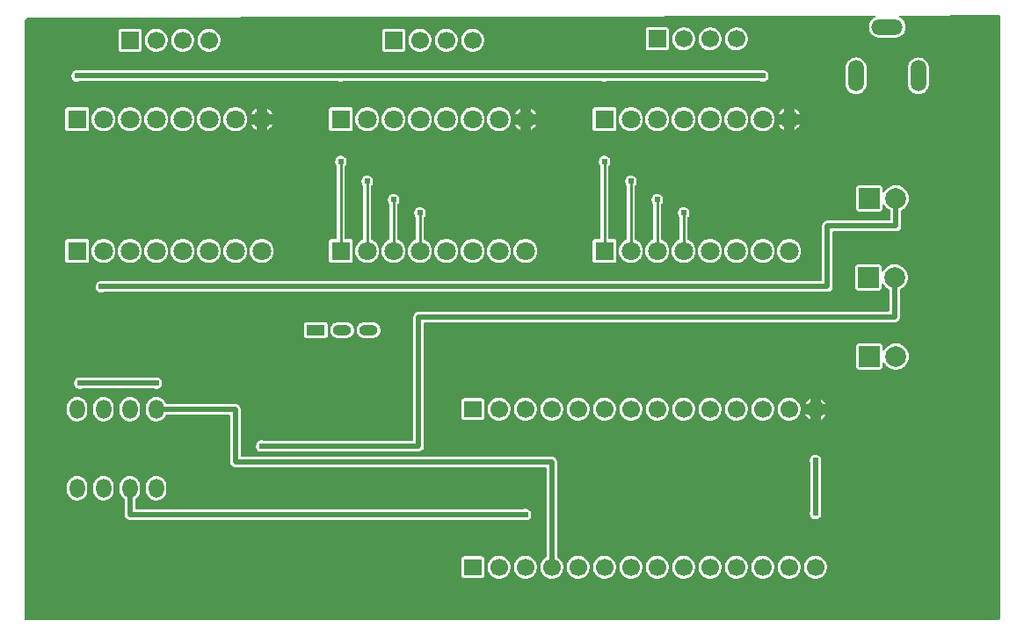
<source format=gbl>
G04 Layer: BottomLayer*
G04 EasyEDA v6.5.23, 2023-05-22 12:01:23*
G04 2ef3873b6a8849e1a700537b5c5aa0b8,043974f40ccd47e6b80d377579d0ea0a,10*
G04 Gerber Generator version 0.2*
G04 Scale: 100 percent, Rotated: No, Reflected: No *
G04 Dimensions in millimeters *
G04 leading zeros omitted , absolute positions ,4 integer and 5 decimal *
%FSLAX45Y45*%
%MOMM*%

%ADD10C,0.5080*%
%ADD11C,0.2540*%
%ADD12O,1.5079980000000002X3.0159960000000003*%
%ADD13O,3.0159960000000003X1.5079980000000002*%
%ADD14O,1.7999964X0.9999979999999999*%
%ADD15R,1.8000X1.0000*%
%ADD16O,1.4599920000000002X1.82499*%
%ADD17C,1.7000*%
%ADD18R,1.7000X1.5748*%
%ADD19R,1.8000X1.8000*%
%ADD20C,1.8000*%
%ADD21R,2.0000X2.0000*%
%ADD22C,2.0000*%
%ADD23R,1.7000X1.7000*%
%ADD24C,0.6096*%
%ADD25C,0.0122*%

%LPD*%
G36*
X1546860Y1003300D02*
G01*
X1542948Y1004062D01*
X1539697Y1006297D01*
X1537462Y1009548D01*
X1536700Y1013460D01*
X1536700Y6777583D01*
X1537462Y6781495D01*
X1539697Y6784797D01*
X1559153Y6804253D01*
X1562404Y6806438D01*
X1566316Y6807200D01*
X9725507Y6829298D01*
X9729927Y6828332D01*
X9733483Y6825538D01*
X9735464Y6821474D01*
X9735464Y6816953D01*
X9733534Y6812889D01*
X9730028Y6810044D01*
X9722053Y6806133D01*
X9711029Y6798767D01*
X9701072Y6790029D01*
X9692335Y6780072D01*
X9685020Y6769049D01*
X9679127Y6757162D01*
X9674860Y6744614D01*
X9672269Y6731609D01*
X9671405Y6718401D01*
X9672269Y6705193D01*
X9674860Y6692188D01*
X9679127Y6679641D01*
X9685020Y6667753D01*
X9692335Y6656730D01*
X9701072Y6646773D01*
X9711029Y6638036D01*
X9722053Y6630670D01*
X9733940Y6624828D01*
X9746488Y6620560D01*
X9759492Y6617970D01*
X9773056Y6617106D01*
X9923170Y6617106D01*
X9936734Y6617970D01*
X9949738Y6620560D01*
X9962286Y6624828D01*
X9974173Y6630670D01*
X9985197Y6638036D01*
X9995154Y6646773D01*
X10003891Y6656730D01*
X10011206Y6667753D01*
X10017099Y6679641D01*
X10021366Y6692188D01*
X10023957Y6705193D01*
X10024821Y6718401D01*
X10023957Y6731609D01*
X10021366Y6744614D01*
X10017099Y6757162D01*
X10011206Y6769049D01*
X10003891Y6780072D01*
X9995154Y6790029D01*
X9985197Y6798767D01*
X9974173Y6806133D01*
X9964826Y6810705D01*
X9961321Y6813550D01*
X9959441Y6817614D01*
X9959441Y6822135D01*
X9961422Y6826148D01*
X9964928Y6828993D01*
X9969296Y6829958D01*
X10924489Y6832549D01*
X10928400Y6831787D01*
X10931702Y6829602D01*
X10933938Y6826300D01*
X10934700Y6822389D01*
X10934700Y1013460D01*
X10933938Y1009548D01*
X10931702Y1006297D01*
X10928451Y1004062D01*
X10924540Y1003300D01*
G37*

%LPC*%
G36*
X7890256Y1400454D02*
G01*
X7904378Y1401826D01*
X7918246Y1404975D01*
X7931607Y1409903D01*
X7944205Y1416456D01*
X7955838Y1424584D01*
X7966354Y1434134D01*
X7975549Y1444955D01*
X7983321Y1456893D01*
X7989468Y1469694D01*
X7993938Y1483156D01*
X7996681Y1497126D01*
X7997596Y1511300D01*
X7996681Y1525473D01*
X7993938Y1539443D01*
X7989468Y1552905D01*
X7983321Y1565706D01*
X7975549Y1577644D01*
X7966354Y1588465D01*
X7955838Y1598015D01*
X7944205Y1606143D01*
X7931607Y1612696D01*
X7918246Y1617624D01*
X7904378Y1620774D01*
X7890256Y1622145D01*
X7876031Y1621688D01*
X7862011Y1619402D01*
X7848396Y1615338D01*
X7835392Y1609598D01*
X7823250Y1602232D01*
X7812125Y1593392D01*
X7802270Y1583182D01*
X7793786Y1571802D01*
X7786776Y1559407D01*
X7781442Y1546250D01*
X7777835Y1532483D01*
X7776057Y1518412D01*
X7776057Y1504188D01*
X7777835Y1490116D01*
X7781442Y1476349D01*
X7786776Y1463192D01*
X7793786Y1450797D01*
X7802270Y1439418D01*
X7812125Y1429207D01*
X7823250Y1420368D01*
X7835392Y1413002D01*
X7848396Y1407210D01*
X7862011Y1403197D01*
X7876031Y1400911D01*
G37*
G36*
X8144256Y1400454D02*
G01*
X8158378Y1401826D01*
X8172246Y1404975D01*
X8185607Y1409903D01*
X8198205Y1416456D01*
X8209838Y1424584D01*
X8220354Y1434134D01*
X8229549Y1444955D01*
X8237321Y1456893D01*
X8243468Y1469694D01*
X8247938Y1483156D01*
X8250681Y1497126D01*
X8251596Y1511300D01*
X8250681Y1525473D01*
X8247938Y1539443D01*
X8243468Y1552905D01*
X8237321Y1565706D01*
X8229549Y1577644D01*
X8220354Y1588465D01*
X8209838Y1598015D01*
X8198205Y1606143D01*
X8185607Y1612696D01*
X8172246Y1617624D01*
X8158378Y1620774D01*
X8144256Y1622145D01*
X8130031Y1621688D01*
X8116011Y1619402D01*
X8102396Y1615338D01*
X8089392Y1609598D01*
X8077250Y1602232D01*
X8066125Y1593392D01*
X8056270Y1583182D01*
X8047786Y1571802D01*
X8040776Y1559407D01*
X8035442Y1546250D01*
X8031835Y1532483D01*
X8030057Y1518412D01*
X8030057Y1504188D01*
X8031835Y1490116D01*
X8035442Y1476349D01*
X8040776Y1463192D01*
X8047786Y1450797D01*
X8056270Y1439418D01*
X8066125Y1429207D01*
X8077250Y1420368D01*
X8089392Y1413002D01*
X8102396Y1407210D01*
X8116011Y1403197D01*
X8130031Y1400911D01*
G37*
G36*
X7636256Y1400454D02*
G01*
X7650378Y1401826D01*
X7664246Y1404975D01*
X7677607Y1409903D01*
X7690205Y1416456D01*
X7701838Y1424584D01*
X7712354Y1434134D01*
X7721549Y1444955D01*
X7729321Y1456893D01*
X7735468Y1469694D01*
X7739938Y1483156D01*
X7742681Y1497126D01*
X7743596Y1511300D01*
X7742681Y1525473D01*
X7739938Y1539443D01*
X7735468Y1552905D01*
X7729321Y1565706D01*
X7721549Y1577644D01*
X7712354Y1588465D01*
X7701838Y1598015D01*
X7690205Y1606143D01*
X7677607Y1612696D01*
X7664246Y1617624D01*
X7650378Y1620774D01*
X7636256Y1622145D01*
X7622031Y1621688D01*
X7608011Y1619402D01*
X7594396Y1615338D01*
X7581392Y1609598D01*
X7569250Y1602232D01*
X7558125Y1593392D01*
X7548270Y1583182D01*
X7539786Y1571802D01*
X7532776Y1559407D01*
X7527442Y1546250D01*
X7523835Y1532483D01*
X7522057Y1518412D01*
X7522057Y1504188D01*
X7523835Y1490116D01*
X7527442Y1476349D01*
X7532776Y1463192D01*
X7539786Y1450797D01*
X7548270Y1439418D01*
X7558125Y1429207D01*
X7569250Y1420368D01*
X7581392Y1413002D01*
X7594396Y1407210D01*
X7608011Y1403197D01*
X7622031Y1400911D01*
G37*
G36*
X6366256Y1400454D02*
G01*
X6380378Y1401826D01*
X6394246Y1404975D01*
X6407607Y1409903D01*
X6420205Y1416456D01*
X6431838Y1424584D01*
X6442354Y1434134D01*
X6451549Y1444955D01*
X6459321Y1456893D01*
X6465468Y1469694D01*
X6469938Y1483156D01*
X6472682Y1497126D01*
X6473596Y1511300D01*
X6472682Y1525473D01*
X6469938Y1539443D01*
X6465468Y1552905D01*
X6459321Y1565706D01*
X6451549Y1577644D01*
X6442354Y1588465D01*
X6431838Y1598015D01*
X6420205Y1606143D01*
X6407607Y1612696D01*
X6394246Y1617624D01*
X6380378Y1620774D01*
X6366256Y1622145D01*
X6352032Y1621688D01*
X6338011Y1619402D01*
X6324396Y1615338D01*
X6311392Y1609598D01*
X6299250Y1602232D01*
X6288125Y1593392D01*
X6278270Y1583182D01*
X6269786Y1571802D01*
X6262776Y1559407D01*
X6257442Y1546250D01*
X6253835Y1532483D01*
X6252057Y1518412D01*
X6252057Y1504188D01*
X6253835Y1490116D01*
X6257442Y1476349D01*
X6262776Y1463192D01*
X6269786Y1450797D01*
X6278270Y1439418D01*
X6288125Y1429207D01*
X6299250Y1420368D01*
X6311392Y1413002D01*
X6324396Y1407210D01*
X6338011Y1403197D01*
X6352032Y1400911D01*
G37*
G36*
X7382256Y1400454D02*
G01*
X7396378Y1401826D01*
X7410246Y1404975D01*
X7423607Y1409903D01*
X7436205Y1416456D01*
X7447838Y1424584D01*
X7458354Y1434134D01*
X7467549Y1444955D01*
X7475321Y1456893D01*
X7481468Y1469694D01*
X7485938Y1483156D01*
X7488681Y1497126D01*
X7489596Y1511300D01*
X7488681Y1525473D01*
X7485938Y1539443D01*
X7481468Y1552905D01*
X7475321Y1565706D01*
X7467549Y1577644D01*
X7458354Y1588465D01*
X7447838Y1598015D01*
X7436205Y1606143D01*
X7423607Y1612696D01*
X7410246Y1617624D01*
X7396378Y1620774D01*
X7382256Y1622145D01*
X7368031Y1621688D01*
X7354011Y1619402D01*
X7340396Y1615338D01*
X7327392Y1609598D01*
X7315250Y1602232D01*
X7304125Y1593392D01*
X7294270Y1583182D01*
X7285786Y1571802D01*
X7278776Y1559407D01*
X7273442Y1546250D01*
X7269835Y1532483D01*
X7268057Y1518412D01*
X7268057Y1504188D01*
X7269835Y1490116D01*
X7273442Y1476349D01*
X7278776Y1463192D01*
X7285786Y1450797D01*
X7294270Y1439418D01*
X7304125Y1429207D01*
X7315250Y1420368D01*
X7327392Y1413002D01*
X7340396Y1407210D01*
X7354011Y1403197D01*
X7368031Y1400911D01*
G37*
G36*
X7128256Y1400454D02*
G01*
X7142378Y1401826D01*
X7156246Y1404975D01*
X7169607Y1409903D01*
X7182205Y1416456D01*
X7193838Y1424584D01*
X7204354Y1434134D01*
X7213549Y1444955D01*
X7221321Y1456893D01*
X7227468Y1469694D01*
X7231938Y1483156D01*
X7234681Y1497126D01*
X7235596Y1511300D01*
X7234681Y1525473D01*
X7231938Y1539443D01*
X7227468Y1552905D01*
X7221321Y1565706D01*
X7213549Y1577644D01*
X7204354Y1588465D01*
X7193838Y1598015D01*
X7182205Y1606143D01*
X7169607Y1612696D01*
X7156246Y1617624D01*
X7142378Y1620774D01*
X7128256Y1622145D01*
X7114031Y1621688D01*
X7100011Y1619402D01*
X7086396Y1615338D01*
X7073392Y1609598D01*
X7061250Y1602232D01*
X7050125Y1593392D01*
X7040270Y1583182D01*
X7031786Y1571802D01*
X7024776Y1559407D01*
X7019442Y1546250D01*
X7015835Y1532483D01*
X7014057Y1518412D01*
X7014057Y1504188D01*
X7015835Y1490116D01*
X7019442Y1476349D01*
X7024776Y1463192D01*
X7031786Y1450797D01*
X7040270Y1439418D01*
X7050125Y1429207D01*
X7061250Y1420368D01*
X7073392Y1413002D01*
X7086396Y1407210D01*
X7100011Y1403197D01*
X7114031Y1400911D01*
G37*
G36*
X6874256Y1400454D02*
G01*
X6888378Y1401826D01*
X6902246Y1404975D01*
X6915607Y1409903D01*
X6928205Y1416456D01*
X6939838Y1424584D01*
X6950354Y1434134D01*
X6959549Y1444955D01*
X6967321Y1456893D01*
X6973468Y1469694D01*
X6977938Y1483156D01*
X6980681Y1497126D01*
X6981596Y1511300D01*
X6980681Y1525473D01*
X6977938Y1539443D01*
X6973468Y1552905D01*
X6967321Y1565706D01*
X6959549Y1577644D01*
X6950354Y1588465D01*
X6939838Y1598015D01*
X6928205Y1606143D01*
X6915607Y1612696D01*
X6902246Y1617624D01*
X6888378Y1620774D01*
X6874256Y1622145D01*
X6860031Y1621688D01*
X6846011Y1619402D01*
X6832396Y1615338D01*
X6819392Y1609598D01*
X6807250Y1602232D01*
X6796125Y1593392D01*
X6786270Y1583182D01*
X6777786Y1571802D01*
X6770776Y1559407D01*
X6765442Y1546250D01*
X6761835Y1532483D01*
X6760057Y1518412D01*
X6760057Y1504188D01*
X6761835Y1490116D01*
X6765442Y1476349D01*
X6770776Y1463192D01*
X6777786Y1450797D01*
X6786270Y1439418D01*
X6796125Y1429207D01*
X6807250Y1420368D01*
X6819392Y1413002D01*
X6832396Y1407210D01*
X6846011Y1403197D01*
X6860031Y1400911D01*
G37*
G36*
X8398256Y1400454D02*
G01*
X8412378Y1401826D01*
X8426246Y1404975D01*
X8439607Y1409903D01*
X8452205Y1416456D01*
X8463838Y1424584D01*
X8474354Y1434134D01*
X8483549Y1444955D01*
X8491321Y1456893D01*
X8497468Y1469694D01*
X8501938Y1483156D01*
X8504682Y1497126D01*
X8505596Y1511300D01*
X8504682Y1525473D01*
X8501938Y1539443D01*
X8497468Y1552905D01*
X8491321Y1565706D01*
X8483549Y1577644D01*
X8474354Y1588465D01*
X8463838Y1598015D01*
X8452205Y1606143D01*
X8439607Y1612696D01*
X8426246Y1617624D01*
X8412378Y1620774D01*
X8398256Y1622145D01*
X8384031Y1621688D01*
X8370011Y1619402D01*
X8356396Y1615338D01*
X8343392Y1609598D01*
X8331250Y1602232D01*
X8320125Y1593392D01*
X8310270Y1583182D01*
X8301786Y1571802D01*
X8294776Y1559407D01*
X8289442Y1546250D01*
X8285835Y1532483D01*
X8284057Y1518412D01*
X8284057Y1504188D01*
X8285835Y1490116D01*
X8289442Y1476349D01*
X8294776Y1463192D01*
X8301786Y1450797D01*
X8310270Y1439418D01*
X8320125Y1429207D01*
X8331250Y1420368D01*
X8343392Y1413002D01*
X8356396Y1407210D01*
X8370011Y1403197D01*
X8384031Y1400911D01*
G37*
G36*
X8906256Y1400454D02*
G01*
X8920378Y1401826D01*
X8934246Y1404975D01*
X8947607Y1409903D01*
X8960205Y1416456D01*
X8971838Y1424584D01*
X8982354Y1434134D01*
X8991549Y1444955D01*
X8999321Y1456893D01*
X9005468Y1469694D01*
X9009938Y1483156D01*
X9012682Y1497126D01*
X9013596Y1511300D01*
X9012682Y1525473D01*
X9009938Y1539443D01*
X9005468Y1552905D01*
X8999321Y1565706D01*
X8991549Y1577644D01*
X8982354Y1588465D01*
X8971838Y1598015D01*
X8960205Y1606143D01*
X8947607Y1612696D01*
X8934246Y1617624D01*
X8920378Y1620774D01*
X8906256Y1622145D01*
X8892032Y1621688D01*
X8878011Y1619402D01*
X8864396Y1615338D01*
X8851392Y1609598D01*
X8839250Y1602232D01*
X8828125Y1593392D01*
X8818270Y1583182D01*
X8809786Y1571802D01*
X8802776Y1559407D01*
X8797442Y1546250D01*
X8793835Y1532483D01*
X8792057Y1518412D01*
X8792057Y1504188D01*
X8793835Y1490116D01*
X8797442Y1476349D01*
X8802776Y1463192D01*
X8809786Y1450797D01*
X8818270Y1439418D01*
X8828125Y1429207D01*
X8839250Y1420368D01*
X8851392Y1413002D01*
X8864396Y1407210D01*
X8878011Y1403197D01*
X8892032Y1400911D01*
G37*
G36*
X6112256Y1400454D02*
G01*
X6126378Y1401826D01*
X6140246Y1404975D01*
X6153607Y1409903D01*
X6166205Y1416456D01*
X6177838Y1424584D01*
X6188354Y1434134D01*
X6197549Y1444955D01*
X6205321Y1456893D01*
X6211468Y1469694D01*
X6215938Y1483156D01*
X6218682Y1497126D01*
X6219596Y1511300D01*
X6218682Y1525473D01*
X6215938Y1539443D01*
X6211468Y1552905D01*
X6205321Y1565706D01*
X6197549Y1577644D01*
X6188354Y1588465D01*
X6177838Y1598015D01*
X6166205Y1606143D01*
X6153607Y1612696D01*
X6140246Y1617624D01*
X6126378Y1620774D01*
X6112256Y1622145D01*
X6098032Y1621688D01*
X6084011Y1619402D01*
X6070396Y1615338D01*
X6057392Y1609598D01*
X6045250Y1602232D01*
X6034125Y1593392D01*
X6024270Y1583182D01*
X6015786Y1571802D01*
X6008776Y1559407D01*
X6003442Y1546250D01*
X5999835Y1532483D01*
X5998057Y1518412D01*
X5998057Y1504188D01*
X5999835Y1490116D01*
X6003442Y1476349D01*
X6008776Y1463192D01*
X6015786Y1450797D01*
X6024270Y1439418D01*
X6034125Y1429207D01*
X6045250Y1420368D01*
X6057392Y1413002D01*
X6070396Y1407210D01*
X6084011Y1403197D01*
X6098032Y1400911D01*
G37*
G36*
X9160256Y1400454D02*
G01*
X9174378Y1401826D01*
X9188246Y1404975D01*
X9201607Y1409903D01*
X9214205Y1416456D01*
X9225838Y1424584D01*
X9236354Y1434134D01*
X9245549Y1444955D01*
X9253321Y1456893D01*
X9259468Y1469694D01*
X9263938Y1483156D01*
X9266682Y1497126D01*
X9267596Y1511300D01*
X9266682Y1525473D01*
X9263938Y1539443D01*
X9259468Y1552905D01*
X9253321Y1565706D01*
X9245549Y1577644D01*
X9236354Y1588465D01*
X9225838Y1598015D01*
X9214205Y1606143D01*
X9201607Y1612696D01*
X9188246Y1617624D01*
X9174378Y1620774D01*
X9160256Y1622145D01*
X9146032Y1621688D01*
X9132011Y1619402D01*
X9118396Y1615338D01*
X9105392Y1609598D01*
X9093250Y1602232D01*
X9082125Y1593392D01*
X9072270Y1583182D01*
X9063786Y1571802D01*
X9056776Y1559407D01*
X9051442Y1546250D01*
X9047835Y1532483D01*
X9046057Y1518412D01*
X9046057Y1504188D01*
X9047835Y1490116D01*
X9051442Y1476349D01*
X9056776Y1463192D01*
X9063786Y1450797D01*
X9072270Y1439418D01*
X9082125Y1429207D01*
X9093250Y1420368D01*
X9105392Y1413002D01*
X9118396Y1407210D01*
X9132011Y1403197D01*
X9146032Y1400911D01*
G37*
G36*
X8652256Y1400454D02*
G01*
X8666378Y1401826D01*
X8680246Y1404975D01*
X8693607Y1409903D01*
X8706205Y1416456D01*
X8717838Y1424584D01*
X8728354Y1434134D01*
X8737549Y1444955D01*
X8745321Y1456893D01*
X8751468Y1469694D01*
X8755938Y1483156D01*
X8758682Y1497126D01*
X8759596Y1511300D01*
X8758682Y1525473D01*
X8755938Y1539443D01*
X8751468Y1552905D01*
X8745321Y1565706D01*
X8737549Y1577644D01*
X8728354Y1588465D01*
X8717838Y1598015D01*
X8706205Y1606143D01*
X8693607Y1612696D01*
X8680246Y1617624D01*
X8666378Y1620774D01*
X8652256Y1622145D01*
X8638032Y1621688D01*
X8624011Y1619402D01*
X8610396Y1615338D01*
X8597392Y1609598D01*
X8585250Y1602232D01*
X8574125Y1593392D01*
X8564270Y1583182D01*
X8555786Y1571802D01*
X8548776Y1559407D01*
X8543442Y1546250D01*
X8539835Y1532483D01*
X8538057Y1518412D01*
X8538057Y1504188D01*
X8539835Y1490116D01*
X8543442Y1476349D01*
X8548776Y1463192D01*
X8555786Y1450797D01*
X8564270Y1439418D01*
X8574125Y1429207D01*
X8585250Y1420368D01*
X8597392Y1413002D01*
X8610396Y1407210D01*
X8624011Y1403197D01*
X8638032Y1400911D01*
G37*
G36*
X6620256Y1400454D02*
G01*
X6634378Y1401826D01*
X6648246Y1404975D01*
X6661607Y1409903D01*
X6674205Y1416456D01*
X6685838Y1424584D01*
X6696354Y1434134D01*
X6705549Y1444955D01*
X6713321Y1456893D01*
X6719468Y1469694D01*
X6723938Y1483156D01*
X6726681Y1497126D01*
X6727596Y1511300D01*
X6726681Y1525473D01*
X6723938Y1539443D01*
X6719468Y1552905D01*
X6713321Y1565706D01*
X6705549Y1577644D01*
X6696354Y1588465D01*
X6685838Y1598015D01*
X6670598Y1608734D01*
X6668668Y1611884D01*
X6668008Y1615490D01*
X6668008Y2526842D01*
X6667195Y2536190D01*
X6664858Y2544826D01*
X6661099Y2552954D01*
X6655968Y2560269D01*
X6649669Y2566568D01*
X6642353Y2571699D01*
X6634225Y2575458D01*
X6625590Y2577795D01*
X6616242Y2578608D01*
X3630168Y2578608D01*
X3626256Y2579370D01*
X3623005Y2581605D01*
X3620770Y2584856D01*
X3620008Y2588768D01*
X3620008Y3034842D01*
X3619195Y3044190D01*
X3616858Y3052826D01*
X3613099Y3060954D01*
X3607968Y3068269D01*
X3601669Y3074568D01*
X3594354Y3079699D01*
X3586226Y3083458D01*
X3577590Y3085795D01*
X3568242Y3086608D01*
X2906725Y3086608D01*
X2903067Y3087319D01*
X2899867Y3089300D01*
X2897632Y3092297D01*
X2892348Y3103016D01*
X2885135Y3113735D01*
X2876600Y3123488D01*
X2866898Y3132023D01*
X2856128Y3139186D01*
X2844546Y3144926D01*
X2832303Y3149041D01*
X2819603Y3151581D01*
X2806700Y3152444D01*
X2793796Y3151581D01*
X2781096Y3149041D01*
X2768854Y3144926D01*
X2757271Y3139186D01*
X2746502Y3132023D01*
X2736799Y3123488D01*
X2728264Y3113735D01*
X2721051Y3103016D01*
X2715361Y3091383D01*
X2711196Y3079140D01*
X2708656Y3066440D01*
X2707792Y3053232D01*
X2707792Y3017367D01*
X2708656Y3004159D01*
X2711196Y2991459D01*
X2715361Y2979216D01*
X2721051Y2967583D01*
X2728264Y2956864D01*
X2736799Y2947111D01*
X2746502Y2938576D01*
X2757271Y2931414D01*
X2768854Y2925673D01*
X2781096Y2921558D01*
X2793796Y2919018D01*
X2806700Y2918155D01*
X2819603Y2919018D01*
X2832303Y2921558D01*
X2844546Y2925673D01*
X2856128Y2931414D01*
X2866898Y2938576D01*
X2876600Y2947111D01*
X2885135Y2956864D01*
X2892348Y2967583D01*
X2897632Y2978302D01*
X2899867Y2981299D01*
X2903067Y2983280D01*
X2906725Y2983992D01*
X3507232Y2983992D01*
X3511143Y2983230D01*
X3514394Y2980994D01*
X3516629Y2977743D01*
X3517392Y2973832D01*
X3517392Y2527757D01*
X3518204Y2518410D01*
X3520541Y2509774D01*
X3524300Y2501646D01*
X3529431Y2494330D01*
X3535730Y2488031D01*
X3543046Y2482900D01*
X3551174Y2479141D01*
X3559810Y2476804D01*
X3569157Y2475992D01*
X6555231Y2475992D01*
X6559143Y2475230D01*
X6562394Y2472994D01*
X6564630Y2469743D01*
X6565392Y2465832D01*
X6565392Y1615338D01*
X6564782Y1611934D01*
X6563106Y1608886D01*
X6560515Y1606651D01*
X6553250Y1602232D01*
X6542125Y1593392D01*
X6532270Y1583182D01*
X6523786Y1571802D01*
X6516776Y1559407D01*
X6511442Y1546250D01*
X6507835Y1532483D01*
X6506057Y1518412D01*
X6506057Y1504188D01*
X6507835Y1490116D01*
X6511442Y1476349D01*
X6516776Y1463192D01*
X6523786Y1450797D01*
X6532270Y1439418D01*
X6542125Y1429207D01*
X6553250Y1420368D01*
X6565392Y1413002D01*
X6578396Y1407210D01*
X6592011Y1403197D01*
X6606031Y1400911D01*
G37*
G36*
X5770270Y1406652D02*
G01*
X5939129Y1406652D01*
X5945428Y1407363D01*
X5950915Y1409293D01*
X5955792Y1412341D01*
X5959906Y1416456D01*
X5963005Y1421333D01*
X5964885Y1426819D01*
X5965596Y1433118D01*
X5965596Y1589481D01*
X5964885Y1595780D01*
X5963005Y1601266D01*
X5959906Y1606143D01*
X5955792Y1610258D01*
X5950915Y1613306D01*
X5945428Y1615236D01*
X5939129Y1615948D01*
X5770270Y1615948D01*
X5763971Y1615236D01*
X5758484Y1613306D01*
X5753608Y1610258D01*
X5749493Y1606143D01*
X5746394Y1601266D01*
X5744514Y1595780D01*
X5743803Y1589481D01*
X5743803Y1433118D01*
X5744514Y1426819D01*
X5746394Y1421333D01*
X5749493Y1416456D01*
X5753608Y1412341D01*
X5758484Y1409293D01*
X5763971Y1407363D01*
G37*
G36*
X6362700Y1962962D02*
G01*
X6372504Y1963826D01*
X6381953Y1966366D01*
X6390894Y1970481D01*
X6398920Y1976120D01*
X6405880Y1983079D01*
X6411518Y1991106D01*
X6415633Y2000046D01*
X6418173Y2009495D01*
X6419037Y2019300D01*
X6418173Y2029104D01*
X6415633Y2038553D01*
X6411518Y2047493D01*
X6405880Y2055520D01*
X6398920Y2062480D01*
X6390894Y2068118D01*
X6381953Y2072233D01*
X6372504Y2074773D01*
X6362700Y2075637D01*
X6352895Y2074773D01*
X6343446Y2072233D01*
X6341922Y2071573D01*
X6337655Y2070607D01*
X2614168Y2070607D01*
X2610256Y2071370D01*
X2607005Y2073605D01*
X2604770Y2076856D01*
X2604008Y2080768D01*
X2604008Y2165248D01*
X2604566Y2168499D01*
X2606090Y2171395D01*
X2608529Y2173681D01*
X2612898Y2176576D01*
X2622600Y2185111D01*
X2631135Y2194864D01*
X2638348Y2205583D01*
X2644038Y2217216D01*
X2648204Y2229459D01*
X2650744Y2242159D01*
X2651607Y2255367D01*
X2651607Y2291232D01*
X2650744Y2304440D01*
X2648204Y2317140D01*
X2644038Y2329383D01*
X2638348Y2341016D01*
X2631135Y2351735D01*
X2622600Y2361488D01*
X2612898Y2370023D01*
X2602128Y2377186D01*
X2590546Y2382926D01*
X2578303Y2387041D01*
X2565603Y2389581D01*
X2552700Y2390444D01*
X2539796Y2389581D01*
X2527096Y2387041D01*
X2514854Y2382926D01*
X2503271Y2377186D01*
X2492502Y2370023D01*
X2482799Y2361488D01*
X2474264Y2351735D01*
X2467051Y2341016D01*
X2461361Y2329383D01*
X2457196Y2317140D01*
X2454656Y2304440D01*
X2453792Y2291232D01*
X2453792Y2255367D01*
X2454656Y2242159D01*
X2457196Y2229459D01*
X2461361Y2217216D01*
X2467051Y2205583D01*
X2474264Y2194864D01*
X2482799Y2185111D01*
X2492502Y2176576D01*
X2496870Y2173681D01*
X2499309Y2171395D01*
X2500833Y2168499D01*
X2501392Y2165248D01*
X2501392Y2019757D01*
X2502204Y2010410D01*
X2504541Y2001774D01*
X2508300Y1993646D01*
X2513431Y1986330D01*
X2519730Y1980031D01*
X2527046Y1974900D01*
X2535174Y1971141D01*
X2543810Y1968804D01*
X2553157Y1967992D01*
X6337655Y1967992D01*
X6341922Y1967026D01*
X6343446Y1966366D01*
X6352895Y1963826D01*
G37*
G36*
X9156700Y1975662D02*
G01*
X9166504Y1976526D01*
X9175953Y1979066D01*
X9184894Y1983181D01*
X9192920Y1988820D01*
X9199880Y1995779D01*
X9205518Y2003806D01*
X9209633Y2012746D01*
X9212173Y2022195D01*
X9213037Y2032000D01*
X9212173Y2041804D01*
X9209633Y2051253D01*
X9208973Y2052777D01*
X9208008Y2057044D01*
X9208008Y2514955D01*
X9208973Y2519222D01*
X9209633Y2520746D01*
X9212173Y2530195D01*
X9213037Y2540000D01*
X9212173Y2549804D01*
X9209633Y2559253D01*
X9205518Y2568194D01*
X9199880Y2576220D01*
X9192920Y2583180D01*
X9184894Y2588818D01*
X9175953Y2592933D01*
X9166504Y2595473D01*
X9156700Y2596337D01*
X9146895Y2595473D01*
X9137446Y2592933D01*
X9128506Y2588818D01*
X9120479Y2583180D01*
X9113520Y2576220D01*
X9107881Y2568194D01*
X9103766Y2559253D01*
X9101226Y2549804D01*
X9100362Y2540000D01*
X9101226Y2530195D01*
X9103766Y2520746D01*
X9104426Y2519222D01*
X9105392Y2514955D01*
X9105392Y2057044D01*
X9104426Y2052777D01*
X9103766Y2051253D01*
X9101226Y2041804D01*
X9100362Y2032000D01*
X9101226Y2022195D01*
X9103766Y2012746D01*
X9107881Y2003806D01*
X9113520Y1995779D01*
X9120479Y1988820D01*
X9128506Y1983181D01*
X9137446Y1979066D01*
X9146895Y1976526D01*
G37*
G36*
X2298700Y2156155D02*
G01*
X2311603Y2157018D01*
X2324303Y2159558D01*
X2336546Y2163673D01*
X2348128Y2169414D01*
X2358898Y2176576D01*
X2368600Y2185111D01*
X2377135Y2194864D01*
X2384348Y2205583D01*
X2390038Y2217216D01*
X2394204Y2229459D01*
X2396744Y2242159D01*
X2397607Y2255367D01*
X2397607Y2291232D01*
X2396744Y2304440D01*
X2394204Y2317140D01*
X2390038Y2329383D01*
X2384348Y2341016D01*
X2377135Y2351735D01*
X2368600Y2361488D01*
X2358898Y2370023D01*
X2348128Y2377186D01*
X2336546Y2382926D01*
X2324303Y2387041D01*
X2311603Y2389581D01*
X2298700Y2390444D01*
X2285796Y2389581D01*
X2273096Y2387041D01*
X2260854Y2382926D01*
X2249271Y2377186D01*
X2238502Y2370023D01*
X2228799Y2361488D01*
X2220264Y2351735D01*
X2213051Y2341016D01*
X2207361Y2329383D01*
X2203196Y2317140D01*
X2200656Y2304440D01*
X2199792Y2291232D01*
X2199792Y2255367D01*
X2200656Y2242159D01*
X2203196Y2229459D01*
X2207361Y2217216D01*
X2213051Y2205583D01*
X2220264Y2194864D01*
X2228799Y2185111D01*
X2238502Y2176576D01*
X2249271Y2169414D01*
X2260854Y2163673D01*
X2273096Y2159558D01*
X2285796Y2157018D01*
G37*
G36*
X2806700Y2156155D02*
G01*
X2819603Y2157018D01*
X2832303Y2159558D01*
X2844546Y2163673D01*
X2856128Y2169414D01*
X2866898Y2176576D01*
X2876600Y2185111D01*
X2885135Y2194864D01*
X2892348Y2205583D01*
X2898038Y2217216D01*
X2902204Y2229459D01*
X2904744Y2242159D01*
X2905607Y2255367D01*
X2905607Y2291232D01*
X2904744Y2304440D01*
X2902204Y2317140D01*
X2898038Y2329383D01*
X2892348Y2341016D01*
X2885135Y2351735D01*
X2876600Y2361488D01*
X2866898Y2370023D01*
X2856128Y2377186D01*
X2844546Y2382926D01*
X2832303Y2387041D01*
X2819603Y2389581D01*
X2806700Y2390444D01*
X2793796Y2389581D01*
X2781096Y2387041D01*
X2768854Y2382926D01*
X2757271Y2377186D01*
X2746502Y2370023D01*
X2736799Y2361488D01*
X2728264Y2351735D01*
X2721051Y2341016D01*
X2715361Y2329383D01*
X2711196Y2317140D01*
X2708656Y2304440D01*
X2707792Y2291232D01*
X2707792Y2255367D01*
X2708656Y2242159D01*
X2711196Y2229459D01*
X2715361Y2217216D01*
X2721051Y2205583D01*
X2728264Y2194864D01*
X2736799Y2185111D01*
X2746502Y2176576D01*
X2757271Y2169414D01*
X2768854Y2163673D01*
X2781096Y2159558D01*
X2793796Y2157018D01*
G37*
G36*
X2044700Y2156155D02*
G01*
X2057603Y2157018D01*
X2070303Y2159558D01*
X2082546Y2163673D01*
X2094128Y2169414D01*
X2104898Y2176576D01*
X2114600Y2185111D01*
X2123135Y2194864D01*
X2130348Y2205583D01*
X2136038Y2217216D01*
X2140204Y2229459D01*
X2142744Y2242159D01*
X2143607Y2255367D01*
X2143607Y2291232D01*
X2142744Y2304440D01*
X2140204Y2317140D01*
X2136038Y2329383D01*
X2130348Y2341016D01*
X2123135Y2351735D01*
X2114600Y2361488D01*
X2104898Y2370023D01*
X2094128Y2377186D01*
X2082546Y2382926D01*
X2070303Y2387041D01*
X2057603Y2389581D01*
X2044700Y2390444D01*
X2031796Y2389581D01*
X2019096Y2387041D01*
X2006854Y2382926D01*
X1995271Y2377186D01*
X1984502Y2370023D01*
X1974799Y2361488D01*
X1966264Y2351735D01*
X1959051Y2341016D01*
X1953361Y2329383D01*
X1949196Y2317140D01*
X1946656Y2304440D01*
X1945792Y2291232D01*
X1945792Y2255367D01*
X1946656Y2242159D01*
X1949196Y2229459D01*
X1953361Y2217216D01*
X1959051Y2205583D01*
X1966264Y2194864D01*
X1974799Y2185111D01*
X1984502Y2176576D01*
X1995271Y2169414D01*
X2006854Y2163673D01*
X2019096Y2159558D01*
X2031796Y2157018D01*
G37*
G36*
X3822700Y2623362D02*
G01*
X3832504Y2624226D01*
X3841953Y2626766D01*
X3843477Y2627426D01*
X3847744Y2628392D01*
X5333542Y2628392D01*
X5342890Y2629204D01*
X5351526Y2631541D01*
X5359654Y2635300D01*
X5366969Y2640431D01*
X5373268Y2646730D01*
X5378399Y2654046D01*
X5382158Y2662174D01*
X5384495Y2670810D01*
X5385308Y2680157D01*
X5385308Y3862832D01*
X5386070Y3866743D01*
X5388305Y3869994D01*
X5391556Y3872229D01*
X5395468Y3872992D01*
X9918242Y3872992D01*
X9927590Y3873804D01*
X9936226Y3876141D01*
X9944354Y3879900D01*
X9951669Y3885031D01*
X9957968Y3891330D01*
X9963099Y3898646D01*
X9966858Y3906774D01*
X9969195Y3915410D01*
X9970008Y3924757D01*
X9970008Y4184040D01*
X9970719Y4187799D01*
X9972852Y4191050D01*
X9990226Y4201718D01*
X10002164Y4211066D01*
X10012934Y4221835D01*
X10022281Y4233773D01*
X10030155Y4246778D01*
X10036403Y4260646D01*
X10040924Y4275175D01*
X10043668Y4290110D01*
X10044582Y4305300D01*
X10043668Y4320489D01*
X10040924Y4335424D01*
X10036403Y4349953D01*
X10030155Y4363821D01*
X10022281Y4376826D01*
X10012934Y4388764D01*
X10002164Y4399534D01*
X9990226Y4408881D01*
X9977221Y4416755D01*
X9963353Y4423003D01*
X9948824Y4427524D01*
X9933889Y4430268D01*
X9918700Y4431182D01*
X9903510Y4430268D01*
X9888575Y4427524D01*
X9874046Y4423003D01*
X9860178Y4416755D01*
X9847173Y4408881D01*
X9835235Y4399534D01*
X9824466Y4388764D01*
X9815118Y4376826D01*
X9809480Y4367479D01*
X9806432Y4364329D01*
X9802418Y4362704D01*
X9798050Y4362958D01*
X9794189Y4364990D01*
X9791547Y4368495D01*
X9790633Y4372762D01*
X9790633Y4404715D01*
X9789871Y4411065D01*
X9787991Y4416501D01*
X9784892Y4421428D01*
X9780828Y4425492D01*
X9775901Y4428591D01*
X9770465Y4430471D01*
X9764115Y4431182D01*
X9565284Y4431182D01*
X9558934Y4430471D01*
X9553498Y4428591D01*
X9548571Y4425492D01*
X9544507Y4421428D01*
X9541408Y4416501D01*
X9539528Y4411065D01*
X9538817Y4404715D01*
X9538817Y4205884D01*
X9539528Y4199534D01*
X9541408Y4194098D01*
X9544507Y4189171D01*
X9548571Y4185107D01*
X9553498Y4182008D01*
X9558934Y4180128D01*
X9565284Y4179366D01*
X9764115Y4179366D01*
X9770465Y4180128D01*
X9775901Y4182008D01*
X9780828Y4185107D01*
X9784892Y4189171D01*
X9787991Y4194098D01*
X9789871Y4199534D01*
X9790633Y4205884D01*
X9790633Y4237837D01*
X9791547Y4242104D01*
X9794189Y4245610D01*
X9798050Y4247642D01*
X9802418Y4247896D01*
X9806432Y4246270D01*
X9809480Y4243120D01*
X9815118Y4233773D01*
X9824466Y4221835D01*
X9835235Y4211066D01*
X9847173Y4201718D01*
X9864547Y4191050D01*
X9866680Y4187799D01*
X9867392Y4184040D01*
X9867392Y3985768D01*
X9866630Y3981856D01*
X9864394Y3978605D01*
X9861143Y3976370D01*
X9857232Y3975608D01*
X5334457Y3975608D01*
X5325110Y3974795D01*
X5316474Y3972458D01*
X5308346Y3968699D01*
X5301030Y3963568D01*
X5294731Y3957269D01*
X5289600Y3949954D01*
X5285841Y3941826D01*
X5283504Y3933190D01*
X5282692Y3923842D01*
X5282692Y2741168D01*
X5281930Y2737256D01*
X5279694Y2734005D01*
X5276443Y2731770D01*
X5272532Y2731008D01*
X3847744Y2731008D01*
X3843477Y2731973D01*
X3841953Y2732633D01*
X3832504Y2735173D01*
X3822700Y2736037D01*
X3812895Y2735173D01*
X3803446Y2732633D01*
X3794506Y2728518D01*
X3786479Y2722880D01*
X3779520Y2715920D01*
X3773881Y2707894D01*
X3769766Y2698953D01*
X3767226Y2689504D01*
X3766362Y2679700D01*
X3767226Y2669895D01*
X3769766Y2660446D01*
X3773881Y2651506D01*
X3779520Y2643479D01*
X3786479Y2636520D01*
X3794506Y2630881D01*
X3803446Y2626766D01*
X3812895Y2624226D01*
G37*
G36*
X2552700Y2918155D02*
G01*
X2565603Y2919018D01*
X2578303Y2921558D01*
X2590546Y2925673D01*
X2602128Y2931414D01*
X2612898Y2938576D01*
X2622600Y2947111D01*
X2631135Y2956864D01*
X2638348Y2967583D01*
X2644038Y2979216D01*
X2648204Y2991459D01*
X2650744Y3004159D01*
X2651607Y3017367D01*
X2651607Y3053232D01*
X2650744Y3066440D01*
X2648204Y3079140D01*
X2644038Y3091383D01*
X2638348Y3103016D01*
X2631135Y3113735D01*
X2622600Y3123488D01*
X2612898Y3132023D01*
X2602128Y3139186D01*
X2590546Y3144926D01*
X2578303Y3149041D01*
X2565603Y3151581D01*
X2552700Y3152444D01*
X2539796Y3151581D01*
X2527096Y3149041D01*
X2514854Y3144926D01*
X2503271Y3139186D01*
X2492502Y3132023D01*
X2482799Y3123488D01*
X2474264Y3113735D01*
X2467051Y3103016D01*
X2461361Y3091383D01*
X2457196Y3079140D01*
X2454656Y3066440D01*
X2453792Y3053232D01*
X2453792Y3017367D01*
X2454656Y3004159D01*
X2457196Y2991459D01*
X2461361Y2979216D01*
X2467051Y2967583D01*
X2474264Y2956864D01*
X2482799Y2947111D01*
X2492502Y2938576D01*
X2503271Y2931414D01*
X2514854Y2925673D01*
X2527096Y2921558D01*
X2539796Y2919018D01*
G37*
G36*
X2044700Y2918155D02*
G01*
X2057603Y2919018D01*
X2070303Y2921558D01*
X2082546Y2925673D01*
X2094128Y2931414D01*
X2104898Y2938576D01*
X2114600Y2947111D01*
X2123135Y2956864D01*
X2130348Y2967583D01*
X2136038Y2979216D01*
X2140204Y2991459D01*
X2142744Y3004159D01*
X2143607Y3017367D01*
X2143607Y3053232D01*
X2142744Y3066440D01*
X2140204Y3079140D01*
X2136038Y3091383D01*
X2130348Y3103016D01*
X2123135Y3113735D01*
X2114600Y3123488D01*
X2104898Y3132023D01*
X2094128Y3139186D01*
X2082546Y3144926D01*
X2070303Y3149041D01*
X2057603Y3151581D01*
X2044700Y3152444D01*
X2031796Y3151581D01*
X2019096Y3149041D01*
X2006854Y3144926D01*
X1995271Y3139186D01*
X1984502Y3132023D01*
X1974799Y3123488D01*
X1966264Y3113735D01*
X1959051Y3103016D01*
X1953361Y3091383D01*
X1949196Y3079140D01*
X1946656Y3066440D01*
X1945792Y3053232D01*
X1945792Y3017367D01*
X1946656Y3004159D01*
X1949196Y2991459D01*
X1953361Y2979216D01*
X1959051Y2967583D01*
X1966264Y2956864D01*
X1974799Y2947111D01*
X1984502Y2938576D01*
X1995271Y2931414D01*
X2006854Y2925673D01*
X2019096Y2921558D01*
X2031796Y2919018D01*
G37*
G36*
X2298700Y2918155D02*
G01*
X2311603Y2919018D01*
X2324303Y2921558D01*
X2336546Y2925673D01*
X2348128Y2931414D01*
X2358898Y2938576D01*
X2368600Y2947111D01*
X2377135Y2956864D01*
X2384348Y2967583D01*
X2390038Y2979216D01*
X2394204Y2991459D01*
X2396744Y3004159D01*
X2397607Y3017367D01*
X2397607Y3053232D01*
X2396744Y3066440D01*
X2394204Y3079140D01*
X2390038Y3091383D01*
X2384348Y3103016D01*
X2377135Y3113735D01*
X2368600Y3123488D01*
X2358898Y3132023D01*
X2348128Y3139186D01*
X2336546Y3144926D01*
X2324303Y3149041D01*
X2311603Y3151581D01*
X2298700Y3152444D01*
X2285796Y3151581D01*
X2273096Y3149041D01*
X2260854Y3144926D01*
X2249271Y3139186D01*
X2238502Y3132023D01*
X2228799Y3123488D01*
X2220264Y3113735D01*
X2213051Y3103016D01*
X2207361Y3091383D01*
X2203196Y3079140D01*
X2200656Y3066440D01*
X2199792Y3053232D01*
X2199792Y3017367D01*
X2200656Y3004159D01*
X2203196Y2991459D01*
X2207361Y2979216D01*
X2213051Y2967583D01*
X2220264Y2956864D01*
X2228799Y2947111D01*
X2238502Y2938576D01*
X2249271Y2931414D01*
X2260854Y2925673D01*
X2273096Y2921558D01*
X2285796Y2919018D01*
G37*
G36*
X7128256Y2924454D02*
G01*
X7142378Y2925826D01*
X7156246Y2928975D01*
X7169607Y2933903D01*
X7182205Y2940456D01*
X7193838Y2948584D01*
X7204354Y2958134D01*
X7213549Y2968955D01*
X7221321Y2980893D01*
X7227468Y2993694D01*
X7231938Y3007156D01*
X7234681Y3021126D01*
X7235596Y3035300D01*
X7234681Y3049473D01*
X7231938Y3063443D01*
X7227468Y3076905D01*
X7221321Y3089706D01*
X7213549Y3101644D01*
X7204354Y3112465D01*
X7193838Y3122015D01*
X7182205Y3130143D01*
X7169607Y3136696D01*
X7156246Y3141624D01*
X7142378Y3144774D01*
X7128256Y3146145D01*
X7114031Y3145688D01*
X7100011Y3143402D01*
X7086396Y3139338D01*
X7073392Y3133598D01*
X7061250Y3126232D01*
X7050125Y3117392D01*
X7040270Y3107182D01*
X7031786Y3095802D01*
X7024776Y3083407D01*
X7019442Y3070250D01*
X7015835Y3056483D01*
X7014057Y3042412D01*
X7014057Y3028188D01*
X7015835Y3014116D01*
X7019442Y3000349D01*
X7024776Y2987192D01*
X7031786Y2974797D01*
X7040270Y2963418D01*
X7050125Y2953207D01*
X7061250Y2944368D01*
X7073392Y2937002D01*
X7086396Y2931210D01*
X7100011Y2927197D01*
X7114031Y2924911D01*
G37*
G36*
X7636256Y2924454D02*
G01*
X7650378Y2925826D01*
X7664246Y2928975D01*
X7677607Y2933903D01*
X7690205Y2940456D01*
X7701838Y2948584D01*
X7712354Y2958134D01*
X7721549Y2968955D01*
X7729321Y2980893D01*
X7735468Y2993694D01*
X7739938Y3007156D01*
X7742681Y3021126D01*
X7743596Y3035300D01*
X7742681Y3049473D01*
X7739938Y3063443D01*
X7735468Y3076905D01*
X7729321Y3089706D01*
X7721549Y3101644D01*
X7712354Y3112465D01*
X7701838Y3122015D01*
X7690205Y3130143D01*
X7677607Y3136696D01*
X7664246Y3141624D01*
X7650378Y3144774D01*
X7636256Y3146145D01*
X7622031Y3145688D01*
X7608011Y3143402D01*
X7594396Y3139338D01*
X7581392Y3133598D01*
X7569250Y3126232D01*
X7558125Y3117392D01*
X7548270Y3107182D01*
X7539786Y3095802D01*
X7532776Y3083407D01*
X7527442Y3070250D01*
X7523835Y3056483D01*
X7522057Y3042412D01*
X7522057Y3028188D01*
X7523835Y3014116D01*
X7527442Y3000349D01*
X7532776Y2987192D01*
X7539786Y2974797D01*
X7548270Y2963418D01*
X7558125Y2953207D01*
X7569250Y2944368D01*
X7581392Y2937002D01*
X7594396Y2931210D01*
X7608011Y2927197D01*
X7622031Y2924911D01*
G37*
G36*
X7890256Y2924454D02*
G01*
X7904378Y2925826D01*
X7918246Y2928975D01*
X7931607Y2933903D01*
X7944205Y2940456D01*
X7955838Y2948584D01*
X7966354Y2958134D01*
X7975549Y2968955D01*
X7983321Y2980893D01*
X7989468Y2993694D01*
X7993938Y3007156D01*
X7996681Y3021126D01*
X7997596Y3035300D01*
X7996681Y3049473D01*
X7993938Y3063443D01*
X7989468Y3076905D01*
X7983321Y3089706D01*
X7975549Y3101644D01*
X7966354Y3112465D01*
X7955838Y3122015D01*
X7944205Y3130143D01*
X7931607Y3136696D01*
X7918246Y3141624D01*
X7904378Y3144774D01*
X7890256Y3146145D01*
X7876031Y3145688D01*
X7862011Y3143402D01*
X7848396Y3139338D01*
X7835392Y3133598D01*
X7823250Y3126232D01*
X7812125Y3117392D01*
X7802270Y3107182D01*
X7793786Y3095802D01*
X7786776Y3083407D01*
X7781442Y3070250D01*
X7777835Y3056483D01*
X7776057Y3042412D01*
X7776057Y3028188D01*
X7777835Y3014116D01*
X7781442Y3000349D01*
X7786776Y2987192D01*
X7793786Y2974797D01*
X7802270Y2963418D01*
X7812125Y2953207D01*
X7823250Y2944368D01*
X7835392Y2937002D01*
X7848396Y2931210D01*
X7862011Y2927197D01*
X7876031Y2924911D01*
G37*
G36*
X6874256Y2924454D02*
G01*
X6888378Y2925826D01*
X6902246Y2928975D01*
X6915607Y2933903D01*
X6928205Y2940456D01*
X6939838Y2948584D01*
X6950354Y2958134D01*
X6959549Y2968955D01*
X6967321Y2980893D01*
X6973468Y2993694D01*
X6977938Y3007156D01*
X6980681Y3021126D01*
X6981596Y3035300D01*
X6980681Y3049473D01*
X6977938Y3063443D01*
X6973468Y3076905D01*
X6967321Y3089706D01*
X6959549Y3101644D01*
X6950354Y3112465D01*
X6939838Y3122015D01*
X6928205Y3130143D01*
X6915607Y3136696D01*
X6902246Y3141624D01*
X6888378Y3144774D01*
X6874256Y3146145D01*
X6860031Y3145688D01*
X6846011Y3143402D01*
X6832396Y3139338D01*
X6819392Y3133598D01*
X6807250Y3126232D01*
X6796125Y3117392D01*
X6786270Y3107182D01*
X6777786Y3095802D01*
X6770776Y3083407D01*
X6765442Y3070250D01*
X6761835Y3056483D01*
X6760057Y3042412D01*
X6760057Y3028188D01*
X6761835Y3014116D01*
X6765442Y3000349D01*
X6770776Y2987192D01*
X6777786Y2974797D01*
X6786270Y2963418D01*
X6796125Y2953207D01*
X6807250Y2944368D01*
X6819392Y2937002D01*
X6832396Y2931210D01*
X6846011Y2927197D01*
X6860031Y2924911D01*
G37*
G36*
X7382256Y2924454D02*
G01*
X7396378Y2925826D01*
X7410246Y2928975D01*
X7423607Y2933903D01*
X7436205Y2940456D01*
X7447838Y2948584D01*
X7458354Y2958134D01*
X7467549Y2968955D01*
X7475321Y2980893D01*
X7481468Y2993694D01*
X7485938Y3007156D01*
X7488681Y3021126D01*
X7489596Y3035300D01*
X7488681Y3049473D01*
X7485938Y3063443D01*
X7481468Y3076905D01*
X7475321Y3089706D01*
X7467549Y3101644D01*
X7458354Y3112465D01*
X7447838Y3122015D01*
X7436205Y3130143D01*
X7423607Y3136696D01*
X7410246Y3141624D01*
X7396378Y3144774D01*
X7382256Y3146145D01*
X7368031Y3145688D01*
X7354011Y3143402D01*
X7340396Y3139338D01*
X7327392Y3133598D01*
X7315250Y3126232D01*
X7304125Y3117392D01*
X7294270Y3107182D01*
X7285786Y3095802D01*
X7278776Y3083407D01*
X7273442Y3070250D01*
X7269835Y3056483D01*
X7268057Y3042412D01*
X7268057Y3028188D01*
X7269835Y3014116D01*
X7273442Y3000349D01*
X7278776Y2987192D01*
X7285786Y2974797D01*
X7294270Y2963418D01*
X7304125Y2953207D01*
X7315250Y2944368D01*
X7327392Y2937002D01*
X7340396Y2931210D01*
X7354011Y2927197D01*
X7368031Y2924911D01*
G37*
G36*
X8398256Y2924454D02*
G01*
X8412378Y2925826D01*
X8426246Y2928975D01*
X8439607Y2933903D01*
X8452205Y2940456D01*
X8463838Y2948584D01*
X8474354Y2958134D01*
X8483549Y2968955D01*
X8491321Y2980893D01*
X8497468Y2993694D01*
X8501938Y3007156D01*
X8504682Y3021126D01*
X8505596Y3035300D01*
X8504682Y3049473D01*
X8501938Y3063443D01*
X8497468Y3076905D01*
X8491321Y3089706D01*
X8483549Y3101644D01*
X8474354Y3112465D01*
X8463838Y3122015D01*
X8452205Y3130143D01*
X8439607Y3136696D01*
X8426246Y3141624D01*
X8412378Y3144774D01*
X8398256Y3146145D01*
X8384031Y3145688D01*
X8370011Y3143402D01*
X8356396Y3139338D01*
X8343392Y3133598D01*
X8331250Y3126232D01*
X8320125Y3117392D01*
X8310270Y3107182D01*
X8301786Y3095802D01*
X8294776Y3083407D01*
X8289442Y3070250D01*
X8285835Y3056483D01*
X8284057Y3042412D01*
X8284057Y3028188D01*
X8285835Y3014116D01*
X8289442Y3000349D01*
X8294776Y2987192D01*
X8301786Y2974797D01*
X8310270Y2963418D01*
X8320125Y2953207D01*
X8331250Y2944368D01*
X8343392Y2937002D01*
X8356396Y2931210D01*
X8370011Y2927197D01*
X8384031Y2924911D01*
G37*
G36*
X6620256Y2924454D02*
G01*
X6634378Y2925826D01*
X6648246Y2928975D01*
X6661607Y2933903D01*
X6674205Y2940456D01*
X6685838Y2948584D01*
X6696354Y2958134D01*
X6705549Y2968955D01*
X6713321Y2980893D01*
X6719468Y2993694D01*
X6723938Y3007156D01*
X6726681Y3021126D01*
X6727596Y3035300D01*
X6726681Y3049473D01*
X6723938Y3063443D01*
X6719468Y3076905D01*
X6713321Y3089706D01*
X6705549Y3101644D01*
X6696354Y3112465D01*
X6685838Y3122015D01*
X6674205Y3130143D01*
X6661607Y3136696D01*
X6648246Y3141624D01*
X6634378Y3144774D01*
X6620256Y3146145D01*
X6606031Y3145688D01*
X6592011Y3143402D01*
X6578396Y3139338D01*
X6565392Y3133598D01*
X6553250Y3126232D01*
X6542125Y3117392D01*
X6532270Y3107182D01*
X6523786Y3095802D01*
X6516776Y3083407D01*
X6511442Y3070250D01*
X6507835Y3056483D01*
X6506057Y3042412D01*
X6506057Y3028188D01*
X6507835Y3014116D01*
X6511442Y3000349D01*
X6516776Y2987192D01*
X6523786Y2974797D01*
X6532270Y2963418D01*
X6542125Y2953207D01*
X6553250Y2944368D01*
X6565392Y2937002D01*
X6578396Y2931210D01*
X6592011Y2927197D01*
X6606031Y2924911D01*
G37*
G36*
X8652256Y2924454D02*
G01*
X8666378Y2925826D01*
X8680246Y2928975D01*
X8693607Y2933903D01*
X8706205Y2940456D01*
X8717838Y2948584D01*
X8728354Y2958134D01*
X8737549Y2968955D01*
X8745321Y2980893D01*
X8751468Y2993694D01*
X8755938Y3007156D01*
X8758682Y3021126D01*
X8759596Y3035300D01*
X8758682Y3049473D01*
X8755938Y3063443D01*
X8751468Y3076905D01*
X8745321Y3089706D01*
X8737549Y3101644D01*
X8728354Y3112465D01*
X8717838Y3122015D01*
X8706205Y3130143D01*
X8693607Y3136696D01*
X8680246Y3141624D01*
X8666378Y3144774D01*
X8652256Y3146145D01*
X8638032Y3145688D01*
X8624011Y3143402D01*
X8610396Y3139338D01*
X8597392Y3133598D01*
X8585250Y3126232D01*
X8574125Y3117392D01*
X8564270Y3107182D01*
X8555786Y3095802D01*
X8548776Y3083407D01*
X8543442Y3070250D01*
X8539835Y3056483D01*
X8538057Y3042412D01*
X8538057Y3028188D01*
X8539835Y3014116D01*
X8543442Y3000349D01*
X8548776Y2987192D01*
X8555786Y2974797D01*
X8564270Y2963418D01*
X8574125Y2953207D01*
X8585250Y2944368D01*
X8597392Y2937002D01*
X8610396Y2931210D01*
X8624011Y2927197D01*
X8638032Y2924911D01*
G37*
G36*
X6366256Y2924454D02*
G01*
X6380378Y2925826D01*
X6394246Y2928975D01*
X6407607Y2933903D01*
X6420205Y2940456D01*
X6431838Y2948584D01*
X6442354Y2958134D01*
X6451549Y2968955D01*
X6459321Y2980893D01*
X6465468Y2993694D01*
X6469938Y3007156D01*
X6472682Y3021126D01*
X6473596Y3035300D01*
X6472682Y3049473D01*
X6469938Y3063443D01*
X6465468Y3076905D01*
X6459321Y3089706D01*
X6451549Y3101644D01*
X6442354Y3112465D01*
X6431838Y3122015D01*
X6420205Y3130143D01*
X6407607Y3136696D01*
X6394246Y3141624D01*
X6380378Y3144774D01*
X6366256Y3146145D01*
X6352032Y3145688D01*
X6338011Y3143402D01*
X6324396Y3139338D01*
X6311392Y3133598D01*
X6299250Y3126232D01*
X6288125Y3117392D01*
X6278270Y3107182D01*
X6269786Y3095802D01*
X6262776Y3083407D01*
X6257442Y3070250D01*
X6253835Y3056483D01*
X6252057Y3042412D01*
X6252057Y3028188D01*
X6253835Y3014116D01*
X6257442Y3000349D01*
X6262776Y2987192D01*
X6269786Y2974797D01*
X6278270Y2963418D01*
X6288125Y2953207D01*
X6299250Y2944368D01*
X6311392Y2937002D01*
X6324396Y2931210D01*
X6338011Y2927197D01*
X6352032Y2924911D01*
G37*
G36*
X8144256Y2924454D02*
G01*
X8158378Y2925826D01*
X8172246Y2928975D01*
X8185607Y2933903D01*
X8198205Y2940456D01*
X8209838Y2948584D01*
X8220354Y2958134D01*
X8229549Y2968955D01*
X8237321Y2980893D01*
X8243468Y2993694D01*
X8247938Y3007156D01*
X8250681Y3021126D01*
X8251596Y3035300D01*
X8250681Y3049473D01*
X8247938Y3063443D01*
X8243468Y3076905D01*
X8237321Y3089706D01*
X8229549Y3101644D01*
X8220354Y3112465D01*
X8209838Y3122015D01*
X8198205Y3130143D01*
X8185607Y3136696D01*
X8172246Y3141624D01*
X8158378Y3144774D01*
X8144256Y3146145D01*
X8130031Y3145688D01*
X8116011Y3143402D01*
X8102396Y3139338D01*
X8089392Y3133598D01*
X8077250Y3126232D01*
X8066125Y3117392D01*
X8056270Y3107182D01*
X8047786Y3095802D01*
X8040776Y3083407D01*
X8035442Y3070250D01*
X8031835Y3056483D01*
X8030057Y3042412D01*
X8030057Y3028188D01*
X8031835Y3014116D01*
X8035442Y3000349D01*
X8040776Y2987192D01*
X8047786Y2974797D01*
X8056270Y2963418D01*
X8066125Y2953207D01*
X8077250Y2944368D01*
X8089392Y2937002D01*
X8102396Y2931210D01*
X8116011Y2927197D01*
X8130031Y2924911D01*
G37*
G36*
X6112256Y2924454D02*
G01*
X6126378Y2925826D01*
X6140246Y2928975D01*
X6153607Y2933903D01*
X6166205Y2940456D01*
X6177838Y2948584D01*
X6188354Y2958134D01*
X6197549Y2968955D01*
X6205321Y2980893D01*
X6211468Y2993694D01*
X6215938Y3007156D01*
X6218682Y3021126D01*
X6219596Y3035300D01*
X6218682Y3049473D01*
X6215938Y3063443D01*
X6211468Y3076905D01*
X6205321Y3089706D01*
X6197549Y3101644D01*
X6188354Y3112465D01*
X6177838Y3122015D01*
X6166205Y3130143D01*
X6153607Y3136696D01*
X6140246Y3141624D01*
X6126378Y3144774D01*
X6112256Y3146145D01*
X6098032Y3145688D01*
X6084011Y3143402D01*
X6070396Y3139338D01*
X6057392Y3133598D01*
X6045250Y3126232D01*
X6034125Y3117392D01*
X6024270Y3107182D01*
X6015786Y3095802D01*
X6008776Y3083407D01*
X6003442Y3070250D01*
X5999835Y3056483D01*
X5998057Y3042412D01*
X5998057Y3028188D01*
X5999835Y3014116D01*
X6003442Y3000349D01*
X6008776Y2987192D01*
X6015786Y2974797D01*
X6024270Y2963418D01*
X6034125Y2953207D01*
X6045250Y2944368D01*
X6057392Y2937002D01*
X6070396Y2931210D01*
X6084011Y2927197D01*
X6098032Y2924911D01*
G37*
G36*
X8906256Y2924454D02*
G01*
X8920378Y2925826D01*
X8934246Y2928975D01*
X8947607Y2933903D01*
X8960205Y2940456D01*
X8971838Y2948584D01*
X8982354Y2958134D01*
X8991549Y2968955D01*
X8999321Y2980893D01*
X9005468Y2993694D01*
X9009938Y3007156D01*
X9012682Y3021126D01*
X9013596Y3035300D01*
X9012682Y3049473D01*
X9009938Y3063443D01*
X9005468Y3076905D01*
X8999321Y3089706D01*
X8991549Y3101644D01*
X8982354Y3112465D01*
X8971838Y3122015D01*
X8960205Y3130143D01*
X8947607Y3136696D01*
X8934246Y3141624D01*
X8920378Y3144774D01*
X8906256Y3146145D01*
X8892032Y3145688D01*
X8878011Y3143402D01*
X8864396Y3139338D01*
X8851392Y3133598D01*
X8839250Y3126232D01*
X8828125Y3117392D01*
X8818270Y3107182D01*
X8809786Y3095802D01*
X8802776Y3083407D01*
X8797442Y3070250D01*
X8793835Y3056483D01*
X8792057Y3042412D01*
X8792057Y3028188D01*
X8793835Y3014116D01*
X8797442Y3000349D01*
X8802776Y2987192D01*
X8809786Y2974797D01*
X8818270Y2963418D01*
X8828125Y2953207D01*
X8839250Y2944368D01*
X8851392Y2937002D01*
X8864396Y2931210D01*
X8878011Y2927197D01*
X8892032Y2924911D01*
G37*
G36*
X5770270Y2930652D02*
G01*
X5939129Y2930652D01*
X5945428Y2931363D01*
X5950915Y2933293D01*
X5955792Y2936341D01*
X5959906Y2940456D01*
X5963005Y2945333D01*
X5964885Y2950819D01*
X5965596Y2957118D01*
X5965596Y3113481D01*
X5964885Y3119780D01*
X5963005Y3125266D01*
X5959906Y3130143D01*
X5955792Y3134258D01*
X5950915Y3137306D01*
X5945428Y3139236D01*
X5939129Y3139948D01*
X5770270Y3139948D01*
X5763971Y3139236D01*
X5758484Y3137306D01*
X5753608Y3134258D01*
X5749493Y3130143D01*
X5746394Y3125266D01*
X5744514Y3119780D01*
X5743803Y3113481D01*
X5743803Y2957118D01*
X5744514Y2950819D01*
X5746394Y2945333D01*
X5749493Y2940456D01*
X5753608Y2936341D01*
X5758484Y2933293D01*
X5763971Y2931363D01*
G37*
G36*
X9107830Y2935884D02*
G01*
X9107830Y2986430D01*
X9057233Y2986430D01*
X9063786Y2974797D01*
X9072270Y2963418D01*
X9082125Y2953207D01*
X9093250Y2944368D01*
X9105392Y2937002D01*
G37*
G36*
X9205569Y2935986D02*
G01*
X9214205Y2940456D01*
X9225838Y2948584D01*
X9236354Y2958134D01*
X9245549Y2968955D01*
X9253321Y2980893D01*
X9256014Y2986430D01*
X9205569Y2986430D01*
G37*
G36*
X9205569Y3084169D02*
G01*
X9256014Y3084169D01*
X9253321Y3089706D01*
X9245549Y3101644D01*
X9236354Y3112465D01*
X9225838Y3122015D01*
X9214205Y3130143D01*
X9205569Y3134614D01*
G37*
G36*
X9057233Y3084169D02*
G01*
X9107830Y3084169D01*
X9107830Y3134715D01*
X9105392Y3133598D01*
X9093250Y3126232D01*
X9082125Y3117392D01*
X9072270Y3107182D01*
X9063786Y3095802D01*
G37*
G36*
X2070100Y3229660D02*
G01*
X2079904Y3230473D01*
X2089353Y3233013D01*
X2090877Y3233724D01*
X2095144Y3234690D01*
X2781655Y3234690D01*
X2785922Y3233724D01*
X2787446Y3233013D01*
X2796895Y3230473D01*
X2806700Y3229660D01*
X2816504Y3230473D01*
X2825953Y3233013D01*
X2834894Y3237179D01*
X2842920Y3242818D01*
X2849880Y3249777D01*
X2855518Y3257803D01*
X2859633Y3266694D01*
X2862173Y3276193D01*
X2863037Y3285998D01*
X2862173Y3295751D01*
X2859633Y3305251D01*
X2855518Y3314141D01*
X2849880Y3322218D01*
X2842920Y3329178D01*
X2834894Y3334765D01*
X2825953Y3338931D01*
X2816504Y3341471D01*
X2806700Y3342335D01*
X2796895Y3341471D01*
X2787446Y3338931D01*
X2785922Y3338271D01*
X2781655Y3337306D01*
X2095144Y3337306D01*
X2090877Y3338271D01*
X2089353Y3338931D01*
X2079904Y3341471D01*
X2070100Y3342335D01*
X2060295Y3341471D01*
X2050846Y3338931D01*
X2041906Y3334765D01*
X2033879Y3329178D01*
X2026920Y3322218D01*
X2021281Y3314141D01*
X2017166Y3305251D01*
X2014626Y3295751D01*
X2013762Y3285998D01*
X2014626Y3276193D01*
X2017166Y3266694D01*
X2021281Y3257803D01*
X2026920Y3249777D01*
X2033879Y3242818D01*
X2041906Y3237179D01*
X2050846Y3233013D01*
X2060295Y3230473D01*
G37*
G36*
X9577984Y3417366D02*
G01*
X9776815Y3417366D01*
X9783165Y3418128D01*
X9788601Y3420008D01*
X9793528Y3423107D01*
X9797592Y3427171D01*
X9800691Y3432098D01*
X9802571Y3437534D01*
X9803333Y3443884D01*
X9803333Y3475837D01*
X9804247Y3480104D01*
X9806889Y3483610D01*
X9810750Y3485642D01*
X9815118Y3485896D01*
X9819132Y3484270D01*
X9822180Y3481120D01*
X9827818Y3471773D01*
X9837166Y3459835D01*
X9847935Y3449065D01*
X9859873Y3439718D01*
X9872878Y3431844D01*
X9886746Y3425596D01*
X9901275Y3421075D01*
X9916210Y3418332D01*
X9931400Y3417417D01*
X9946589Y3418332D01*
X9961524Y3421075D01*
X9976053Y3425596D01*
X9989921Y3431844D01*
X10002926Y3439718D01*
X10014864Y3449065D01*
X10025634Y3459835D01*
X10034981Y3471773D01*
X10042855Y3484778D01*
X10049103Y3498646D01*
X10053624Y3513175D01*
X10056368Y3528110D01*
X10057282Y3543300D01*
X10056368Y3558489D01*
X10053624Y3573424D01*
X10049103Y3587953D01*
X10042855Y3601821D01*
X10034981Y3614826D01*
X10025634Y3626764D01*
X10014864Y3637534D01*
X10002926Y3646881D01*
X9989921Y3654755D01*
X9976053Y3661003D01*
X9961524Y3665524D01*
X9946589Y3668268D01*
X9931400Y3669182D01*
X9916210Y3668268D01*
X9901275Y3665524D01*
X9886746Y3661003D01*
X9872878Y3654755D01*
X9859873Y3646881D01*
X9847935Y3637534D01*
X9837166Y3626764D01*
X9827818Y3614826D01*
X9822180Y3605479D01*
X9819132Y3602329D01*
X9815118Y3600704D01*
X9810750Y3600958D01*
X9806889Y3602990D01*
X9804247Y3606495D01*
X9803333Y3610762D01*
X9803333Y3642715D01*
X9802571Y3649065D01*
X9800691Y3654501D01*
X9797592Y3659428D01*
X9793528Y3663492D01*
X9788601Y3666591D01*
X9783165Y3668471D01*
X9776815Y3669182D01*
X9577984Y3669182D01*
X9571634Y3668471D01*
X9566198Y3666591D01*
X9561271Y3663492D01*
X9557207Y3659428D01*
X9554108Y3654501D01*
X9552228Y3649065D01*
X9551517Y3642715D01*
X9551517Y3443884D01*
X9552228Y3437534D01*
X9554108Y3432098D01*
X9557207Y3427171D01*
X9561271Y3423107D01*
X9566198Y3420008D01*
X9571634Y3418128D01*
G37*
G36*
X4557776Y3721404D02*
G01*
X4637024Y3721404D01*
X4648708Y3722268D01*
X4659782Y3724808D01*
X4670348Y3728923D01*
X4680153Y3734612D01*
X4688992Y3741674D01*
X4696714Y3750005D01*
X4703114Y3759352D01*
X4708042Y3769563D01*
X4711395Y3780434D01*
X4713071Y3791610D01*
X4713071Y3802989D01*
X4711395Y3814165D01*
X4708042Y3825036D01*
X4703114Y3835247D01*
X4696714Y3844594D01*
X4688992Y3852926D01*
X4680153Y3859987D01*
X4670348Y3865676D01*
X4659782Y3869791D01*
X4648708Y3872331D01*
X4637024Y3873195D01*
X4557776Y3873195D01*
X4546092Y3872331D01*
X4535017Y3869791D01*
X4524502Y3865676D01*
X4514646Y3859987D01*
X4505807Y3852926D01*
X4498086Y3844594D01*
X4491685Y3835247D01*
X4486757Y3825036D01*
X4483404Y3814165D01*
X4481728Y3802989D01*
X4481728Y3791610D01*
X4483404Y3780434D01*
X4486757Y3769563D01*
X4491685Y3759352D01*
X4498086Y3750005D01*
X4505807Y3741674D01*
X4514646Y3734612D01*
X4524502Y3728923D01*
X4535017Y3724808D01*
X4546092Y3722268D01*
G37*
G36*
X4811776Y3721404D02*
G01*
X4891024Y3721404D01*
X4902708Y3722268D01*
X4913782Y3724808D01*
X4924348Y3728923D01*
X4934153Y3734612D01*
X4942992Y3741674D01*
X4950714Y3750005D01*
X4957114Y3759352D01*
X4962042Y3769563D01*
X4965395Y3780434D01*
X4967071Y3791610D01*
X4967071Y3802989D01*
X4965395Y3814165D01*
X4962042Y3825036D01*
X4957114Y3835247D01*
X4950714Y3844594D01*
X4942992Y3852926D01*
X4934153Y3859987D01*
X4924348Y3865676D01*
X4913782Y3869791D01*
X4902708Y3872331D01*
X4891024Y3873195D01*
X4811776Y3873195D01*
X4800092Y3872331D01*
X4789017Y3869791D01*
X4778502Y3865676D01*
X4768646Y3859987D01*
X4759807Y3852926D01*
X4752086Y3844594D01*
X4745685Y3835247D01*
X4740757Y3825036D01*
X4737404Y3814165D01*
X4735728Y3802989D01*
X4735728Y3791610D01*
X4737404Y3780434D01*
X4740757Y3769563D01*
X4745685Y3759352D01*
X4752086Y3750005D01*
X4759807Y3741674D01*
X4768646Y3734612D01*
X4778502Y3728923D01*
X4789017Y3724808D01*
X4800092Y3722268D01*
G37*
G36*
X4253992Y3721404D02*
G01*
X4432808Y3721404D01*
X4439158Y3722115D01*
X4444593Y3723995D01*
X4449521Y3727094D01*
X4453585Y3731209D01*
X4456684Y3736086D01*
X4458614Y3741572D01*
X4459325Y3747871D01*
X4459325Y3846728D01*
X4458614Y3853078D01*
X4456684Y3858514D01*
X4453585Y3863441D01*
X4449521Y3867505D01*
X4444593Y3870604D01*
X4439158Y3872484D01*
X4432808Y3873195D01*
X4253992Y3873195D01*
X4247642Y3872484D01*
X4242206Y3870604D01*
X4237278Y3867505D01*
X4233214Y3863441D01*
X4230116Y3858514D01*
X4228185Y3853078D01*
X4227474Y3846728D01*
X4227474Y3747871D01*
X4228185Y3741572D01*
X4230116Y3736086D01*
X4233214Y3731209D01*
X4237278Y3727094D01*
X4242206Y3723995D01*
X4247642Y3722115D01*
G37*
G36*
X2277821Y4160062D02*
G01*
X2287625Y4160926D01*
X2297074Y4163466D01*
X2298598Y4164126D01*
X2302865Y4165092D01*
X9270542Y4165092D01*
X9279890Y4165904D01*
X9288526Y4168241D01*
X9296654Y4172000D01*
X9303969Y4177131D01*
X9310268Y4183430D01*
X9315399Y4190746D01*
X9319158Y4198874D01*
X9321495Y4207510D01*
X9322308Y4216857D01*
X9322308Y4739132D01*
X9323070Y4743043D01*
X9325305Y4746294D01*
X9328556Y4748530D01*
X9332468Y4749292D01*
X9930942Y4749292D01*
X9940290Y4750104D01*
X9948926Y4752441D01*
X9957054Y4756200D01*
X9964369Y4761331D01*
X9970668Y4767630D01*
X9975799Y4774946D01*
X9979558Y4783074D01*
X9981895Y4791710D01*
X9982708Y4801057D01*
X9982708Y4946040D01*
X9983419Y4949799D01*
X9985552Y4953050D01*
X10002926Y4963718D01*
X10014864Y4973066D01*
X10025634Y4983835D01*
X10034981Y4995773D01*
X10042855Y5008778D01*
X10049103Y5022646D01*
X10053624Y5037175D01*
X10056368Y5052110D01*
X10057282Y5067300D01*
X10056368Y5082489D01*
X10053624Y5097424D01*
X10049103Y5111953D01*
X10042855Y5125821D01*
X10034981Y5138826D01*
X10025634Y5150764D01*
X10014864Y5161534D01*
X10002926Y5170881D01*
X9989921Y5178755D01*
X9976053Y5185003D01*
X9961524Y5189524D01*
X9946589Y5192268D01*
X9931400Y5193182D01*
X9916210Y5192268D01*
X9901275Y5189524D01*
X9886746Y5185003D01*
X9872878Y5178755D01*
X9859873Y5170881D01*
X9847935Y5161534D01*
X9837166Y5150764D01*
X9827818Y5138826D01*
X9822180Y5129479D01*
X9819132Y5126329D01*
X9815118Y5124704D01*
X9810750Y5124958D01*
X9806889Y5126990D01*
X9804247Y5130495D01*
X9803333Y5134762D01*
X9803333Y5166715D01*
X9802571Y5173065D01*
X9800691Y5178501D01*
X9797592Y5183428D01*
X9793528Y5187492D01*
X9788601Y5190591D01*
X9783165Y5192471D01*
X9776815Y5193182D01*
X9577984Y5193182D01*
X9571634Y5192471D01*
X9566198Y5190591D01*
X9561271Y5187492D01*
X9557207Y5183428D01*
X9554108Y5178501D01*
X9552228Y5173065D01*
X9551517Y5166715D01*
X9551517Y4967884D01*
X9552228Y4961534D01*
X9554108Y4956098D01*
X9557207Y4951171D01*
X9561271Y4947107D01*
X9566198Y4944008D01*
X9571634Y4942128D01*
X9577984Y4941366D01*
X9776815Y4941366D01*
X9783165Y4942128D01*
X9788601Y4944008D01*
X9793528Y4947107D01*
X9797592Y4951171D01*
X9800691Y4956098D01*
X9802571Y4961534D01*
X9803333Y4967884D01*
X9803333Y4999837D01*
X9804247Y5004104D01*
X9806889Y5007610D01*
X9810750Y5009642D01*
X9815118Y5009896D01*
X9819132Y5008270D01*
X9822180Y5005120D01*
X9827818Y4995773D01*
X9837166Y4983835D01*
X9847935Y4973066D01*
X9859873Y4963718D01*
X9877247Y4953050D01*
X9879380Y4949799D01*
X9880092Y4946040D01*
X9880092Y4862068D01*
X9879330Y4858156D01*
X9877094Y4854905D01*
X9873843Y4852670D01*
X9869932Y4851908D01*
X9271457Y4851908D01*
X9262110Y4851095D01*
X9253474Y4848758D01*
X9245346Y4844999D01*
X9238030Y4839868D01*
X9231731Y4833569D01*
X9226600Y4826254D01*
X9222841Y4818126D01*
X9220504Y4809490D01*
X9219692Y4800142D01*
X9219692Y4277868D01*
X9218930Y4273956D01*
X9216694Y4270705D01*
X9213443Y4268470D01*
X9209532Y4267708D01*
X2302865Y4267708D01*
X2298598Y4268673D01*
X2297074Y4269333D01*
X2287625Y4271873D01*
X2277821Y4272737D01*
X2268016Y4271873D01*
X2258568Y4269333D01*
X2249627Y4265218D01*
X2241600Y4259580D01*
X2234641Y4252620D01*
X2229002Y4244594D01*
X2224887Y4235653D01*
X2222347Y4226204D01*
X2221484Y4216400D01*
X2222347Y4206595D01*
X2224887Y4197146D01*
X2229002Y4188206D01*
X2234641Y4180179D01*
X2241600Y4173220D01*
X2249627Y4167581D01*
X2258568Y4163466D01*
X2268016Y4160926D01*
G37*
G36*
X1955292Y4443374D02*
G01*
X2134108Y4443374D01*
X2140458Y4444085D01*
X2145893Y4446016D01*
X2150821Y4449114D01*
X2154885Y4453178D01*
X2157984Y4458106D01*
X2159914Y4463542D01*
X2160625Y4469892D01*
X2160625Y4648708D01*
X2159914Y4655058D01*
X2157984Y4660493D01*
X2154885Y4665421D01*
X2150821Y4669485D01*
X2145893Y4672584D01*
X2140458Y4674514D01*
X2134108Y4675225D01*
X1955292Y4675225D01*
X1948942Y4674514D01*
X1943506Y4672584D01*
X1938578Y4669485D01*
X1934514Y4665421D01*
X1931416Y4660493D01*
X1929485Y4655058D01*
X1928774Y4648708D01*
X1928774Y4469892D01*
X1929485Y4463542D01*
X1931416Y4458106D01*
X1934514Y4453178D01*
X1938578Y4449114D01*
X1943506Y4446016D01*
X1948942Y4444085D01*
G37*
G36*
X7035292Y4443374D02*
G01*
X7214108Y4443374D01*
X7220458Y4444085D01*
X7225893Y4446016D01*
X7230821Y4449114D01*
X7234885Y4453178D01*
X7237984Y4458106D01*
X7239914Y4463542D01*
X7240625Y4469892D01*
X7240625Y4648708D01*
X7239914Y4655058D01*
X7237984Y4660493D01*
X7234885Y4665421D01*
X7230821Y4669485D01*
X7225893Y4672584D01*
X7220458Y4674514D01*
X7214108Y4675225D01*
X7173468Y4675225D01*
X7169556Y4675987D01*
X7166305Y4678172D01*
X7164070Y4681474D01*
X7163308Y4685385D01*
X7163308Y5377891D01*
X7164070Y5381802D01*
X7166305Y5385104D01*
X7167880Y5386679D01*
X7173518Y5394706D01*
X7177633Y5403646D01*
X7180173Y5413095D01*
X7181037Y5422900D01*
X7180173Y5432704D01*
X7177633Y5442153D01*
X7173518Y5451094D01*
X7167880Y5459120D01*
X7160920Y5466080D01*
X7152894Y5471718D01*
X7143953Y5475833D01*
X7134504Y5478373D01*
X7124700Y5479237D01*
X7114895Y5478373D01*
X7105446Y5475833D01*
X7096506Y5471718D01*
X7088479Y5466080D01*
X7081520Y5459120D01*
X7075881Y5451094D01*
X7071766Y5442153D01*
X7069226Y5432704D01*
X7068362Y5422900D01*
X7069226Y5413095D01*
X7071766Y5403646D01*
X7075881Y5394706D01*
X7081520Y5386679D01*
X7083094Y5385104D01*
X7085330Y5381802D01*
X7086092Y5377891D01*
X7086092Y4685385D01*
X7085330Y4681474D01*
X7083094Y4678172D01*
X7079843Y4675987D01*
X7075931Y4675225D01*
X7035292Y4675225D01*
X7028942Y4674514D01*
X7023506Y4672584D01*
X7018578Y4669485D01*
X7014514Y4665421D01*
X7011416Y4660493D01*
X7009485Y4655058D01*
X7008774Y4648708D01*
X7008774Y4469892D01*
X7009485Y4463542D01*
X7011416Y4458106D01*
X7014514Y4453178D01*
X7018578Y4449114D01*
X7023506Y4446016D01*
X7028942Y4444085D01*
G37*
G36*
X4495292Y4443374D02*
G01*
X4674108Y4443374D01*
X4680458Y4444085D01*
X4685893Y4446016D01*
X4690821Y4449114D01*
X4694885Y4453178D01*
X4697984Y4458106D01*
X4699914Y4463542D01*
X4700625Y4469892D01*
X4700625Y4648708D01*
X4699914Y4655058D01*
X4697984Y4660493D01*
X4694885Y4665421D01*
X4690821Y4669485D01*
X4685893Y4672584D01*
X4680458Y4674514D01*
X4674108Y4675225D01*
X4633468Y4675225D01*
X4629556Y4675987D01*
X4626305Y4678172D01*
X4624070Y4681474D01*
X4623308Y4685385D01*
X4623308Y5377891D01*
X4624070Y5381802D01*
X4626305Y5385104D01*
X4627880Y5386679D01*
X4633518Y5394706D01*
X4637633Y5403646D01*
X4640173Y5413095D01*
X4641037Y5422900D01*
X4640173Y5432704D01*
X4637633Y5442153D01*
X4633518Y5451094D01*
X4627880Y5459120D01*
X4620920Y5466080D01*
X4612894Y5471718D01*
X4603953Y5475833D01*
X4594504Y5478373D01*
X4584700Y5479237D01*
X4574895Y5478373D01*
X4565446Y5475833D01*
X4556506Y5471718D01*
X4548479Y5466080D01*
X4541520Y5459120D01*
X4535881Y5451094D01*
X4531766Y5442153D01*
X4529226Y5432704D01*
X4528362Y5422900D01*
X4529226Y5413095D01*
X4531766Y5403646D01*
X4535881Y5394706D01*
X4541520Y5386679D01*
X4543094Y5385104D01*
X4545330Y5381802D01*
X4546092Y5377891D01*
X4546092Y4685385D01*
X4545330Y4681474D01*
X4543094Y4678172D01*
X4539843Y4675987D01*
X4535932Y4675225D01*
X4495292Y4675225D01*
X4488942Y4674514D01*
X4483506Y4672584D01*
X4478578Y4669485D01*
X4474514Y4665421D01*
X4471416Y4660493D01*
X4469485Y4655058D01*
X4468774Y4648708D01*
X4468774Y4469892D01*
X4469485Y4463542D01*
X4471416Y4458106D01*
X4474514Y4453178D01*
X4478578Y4449114D01*
X4483506Y4446016D01*
X4488942Y4444085D01*
G37*
G36*
X8641435Y4443628D02*
G01*
X8655964Y4443628D01*
X8670391Y4445457D01*
X8684514Y4449064D01*
X8698026Y4454448D01*
X8710777Y4461459D01*
X8722563Y4469993D01*
X8733180Y4479950D01*
X8742476Y4491177D01*
X8750249Y4503470D01*
X8756446Y4516628D01*
X8760968Y4530496D01*
X8763660Y4544771D01*
X8764574Y4559300D01*
X8763660Y4573828D01*
X8760968Y4588103D01*
X8756446Y4601972D01*
X8750249Y4615129D01*
X8742476Y4627422D01*
X8733180Y4638649D01*
X8722563Y4648606D01*
X8710777Y4657140D01*
X8698026Y4664151D01*
X8684514Y4669536D01*
X8670391Y4673142D01*
X8655964Y4674971D01*
X8641435Y4674971D01*
X8627008Y4673142D01*
X8612886Y4669536D01*
X8599373Y4664151D01*
X8586622Y4657140D01*
X8574836Y4648606D01*
X8564219Y4638649D01*
X8554923Y4627422D01*
X8547150Y4615129D01*
X8540953Y4601972D01*
X8536432Y4588103D01*
X8533739Y4573828D01*
X8532825Y4559300D01*
X8533739Y4544771D01*
X8536432Y4530496D01*
X8540953Y4516628D01*
X8547150Y4503470D01*
X8554923Y4491177D01*
X8564219Y4479950D01*
X8574836Y4469993D01*
X8586622Y4461459D01*
X8599373Y4454448D01*
X8612886Y4449064D01*
X8627008Y4445457D01*
G37*
G36*
X8133435Y4443628D02*
G01*
X8147964Y4443628D01*
X8162391Y4445457D01*
X8176514Y4449064D01*
X8190026Y4454448D01*
X8202777Y4461459D01*
X8214563Y4469993D01*
X8225180Y4479950D01*
X8234476Y4491177D01*
X8242249Y4503470D01*
X8248446Y4516628D01*
X8252968Y4530496D01*
X8255660Y4544771D01*
X8256574Y4559300D01*
X8255660Y4573828D01*
X8252968Y4588103D01*
X8248446Y4601972D01*
X8242249Y4615129D01*
X8234476Y4627422D01*
X8225180Y4638649D01*
X8214563Y4648606D01*
X8202777Y4657140D01*
X8190026Y4664151D01*
X8176514Y4669536D01*
X8162391Y4673142D01*
X8147964Y4674971D01*
X8133435Y4674971D01*
X8119008Y4673142D01*
X8104886Y4669536D01*
X8091373Y4664151D01*
X8078622Y4657140D01*
X8066836Y4648606D01*
X8056219Y4638649D01*
X8046923Y4627422D01*
X8039150Y4615129D01*
X8032953Y4601972D01*
X8028431Y4588103D01*
X8025739Y4573828D01*
X8024825Y4559300D01*
X8025739Y4544771D01*
X8028431Y4530496D01*
X8032953Y4516628D01*
X8039150Y4503470D01*
X8046923Y4491177D01*
X8056219Y4479950D01*
X8066836Y4469993D01*
X8078622Y4461459D01*
X8091373Y4454448D01*
X8104886Y4449064D01*
X8119008Y4445457D01*
G37*
G36*
X5847435Y4443628D02*
G01*
X5861964Y4443628D01*
X5876391Y4445457D01*
X5890514Y4449064D01*
X5904026Y4454448D01*
X5916777Y4461459D01*
X5928563Y4469993D01*
X5939180Y4479950D01*
X5948476Y4491177D01*
X5956249Y4503470D01*
X5962446Y4516628D01*
X5966968Y4530496D01*
X5969660Y4544771D01*
X5970574Y4559300D01*
X5969660Y4573828D01*
X5966968Y4588103D01*
X5962446Y4601972D01*
X5956249Y4615129D01*
X5948476Y4627422D01*
X5939180Y4638649D01*
X5928563Y4648606D01*
X5916777Y4657140D01*
X5904026Y4664151D01*
X5890514Y4669536D01*
X5876391Y4673142D01*
X5861964Y4674971D01*
X5847435Y4674971D01*
X5833008Y4673142D01*
X5818886Y4669536D01*
X5805373Y4664151D01*
X5792622Y4657140D01*
X5780836Y4648606D01*
X5770219Y4638649D01*
X5760923Y4627422D01*
X5753150Y4615129D01*
X5746953Y4601972D01*
X5742432Y4588103D01*
X5739739Y4573828D01*
X5738825Y4559300D01*
X5739739Y4544771D01*
X5742432Y4530496D01*
X5746953Y4516628D01*
X5753150Y4503470D01*
X5760923Y4491177D01*
X5770219Y4479950D01*
X5780836Y4469993D01*
X5792622Y4461459D01*
X5805373Y4454448D01*
X5818886Y4449064D01*
X5833008Y4445457D01*
G37*
G36*
X2545435Y4443628D02*
G01*
X2559964Y4443628D01*
X2574391Y4445457D01*
X2588514Y4449064D01*
X2602026Y4454448D01*
X2614777Y4461459D01*
X2626563Y4469993D01*
X2637180Y4479950D01*
X2646476Y4491177D01*
X2654249Y4503470D01*
X2660446Y4516628D01*
X2664968Y4530496D01*
X2667660Y4544771D01*
X2668574Y4559300D01*
X2667660Y4573828D01*
X2664968Y4588103D01*
X2660446Y4601972D01*
X2654249Y4615129D01*
X2646476Y4627422D01*
X2637180Y4638649D01*
X2626563Y4648606D01*
X2614777Y4657140D01*
X2602026Y4664151D01*
X2588514Y4669536D01*
X2574391Y4673142D01*
X2559964Y4674971D01*
X2545435Y4674971D01*
X2531008Y4673142D01*
X2516886Y4669536D01*
X2503373Y4664151D01*
X2490622Y4657140D01*
X2478836Y4648606D01*
X2468219Y4638649D01*
X2458923Y4627422D01*
X2451150Y4615129D01*
X2444953Y4601972D01*
X2440432Y4588103D01*
X2437739Y4573828D01*
X2436825Y4559300D01*
X2437739Y4544771D01*
X2440432Y4530496D01*
X2444953Y4516628D01*
X2451150Y4503470D01*
X2458923Y4491177D01*
X2468219Y4479950D01*
X2478836Y4469993D01*
X2490622Y4461459D01*
X2503373Y4454448D01*
X2516886Y4449064D01*
X2531008Y4445457D01*
G37*
G36*
X3307435Y4443628D02*
G01*
X3321964Y4443628D01*
X3336391Y4445457D01*
X3350514Y4449064D01*
X3364026Y4454448D01*
X3376777Y4461459D01*
X3388563Y4469993D01*
X3399180Y4479950D01*
X3408476Y4491177D01*
X3416249Y4503470D01*
X3422446Y4516628D01*
X3426968Y4530496D01*
X3429660Y4544771D01*
X3430574Y4559300D01*
X3429660Y4573828D01*
X3426968Y4588103D01*
X3422446Y4601972D01*
X3416249Y4615129D01*
X3408476Y4627422D01*
X3399180Y4638649D01*
X3388563Y4648606D01*
X3376777Y4657140D01*
X3364026Y4664151D01*
X3350514Y4669536D01*
X3336391Y4673142D01*
X3321964Y4674971D01*
X3307435Y4674971D01*
X3293008Y4673142D01*
X3278886Y4669536D01*
X3265373Y4664151D01*
X3252622Y4657140D01*
X3240836Y4648606D01*
X3230219Y4638649D01*
X3220923Y4627422D01*
X3213150Y4615129D01*
X3206953Y4601972D01*
X3202432Y4588103D01*
X3199739Y4573828D01*
X3198825Y4559300D01*
X3199739Y4544771D01*
X3202432Y4530496D01*
X3206953Y4516628D01*
X3213150Y4503470D01*
X3220923Y4491177D01*
X3230219Y4479950D01*
X3240836Y4469993D01*
X3252622Y4461459D01*
X3265373Y4454448D01*
X3278886Y4449064D01*
X3293008Y4445457D01*
G37*
G36*
X3561435Y4443628D02*
G01*
X3575964Y4443628D01*
X3590391Y4445457D01*
X3604514Y4449064D01*
X3618026Y4454448D01*
X3630777Y4461459D01*
X3642563Y4469993D01*
X3653180Y4479950D01*
X3662476Y4491177D01*
X3670249Y4503470D01*
X3676446Y4516628D01*
X3680968Y4530496D01*
X3683660Y4544771D01*
X3684574Y4559300D01*
X3683660Y4573828D01*
X3680968Y4588103D01*
X3676446Y4601972D01*
X3670249Y4615129D01*
X3662476Y4627422D01*
X3653180Y4638649D01*
X3642563Y4648606D01*
X3630777Y4657140D01*
X3618026Y4664151D01*
X3604514Y4669536D01*
X3590391Y4673142D01*
X3575964Y4674971D01*
X3561435Y4674971D01*
X3547008Y4673142D01*
X3532886Y4669536D01*
X3519373Y4664151D01*
X3506622Y4657140D01*
X3494836Y4648606D01*
X3484219Y4638649D01*
X3474923Y4627422D01*
X3467150Y4615129D01*
X3460953Y4601972D01*
X3456432Y4588103D01*
X3453739Y4573828D01*
X3452825Y4559300D01*
X3453739Y4544771D01*
X3456432Y4530496D01*
X3460953Y4516628D01*
X3467150Y4503470D01*
X3474923Y4491177D01*
X3484219Y4479950D01*
X3494836Y4469993D01*
X3506622Y4461459D01*
X3519373Y4454448D01*
X3532886Y4449064D01*
X3547008Y4445457D01*
G37*
G36*
X2799435Y4443628D02*
G01*
X2813964Y4443628D01*
X2828391Y4445457D01*
X2842514Y4449064D01*
X2856026Y4454448D01*
X2868777Y4461459D01*
X2880563Y4469993D01*
X2891180Y4479950D01*
X2900476Y4491177D01*
X2908249Y4503470D01*
X2914446Y4516628D01*
X2918968Y4530496D01*
X2921660Y4544771D01*
X2922574Y4559300D01*
X2921660Y4573828D01*
X2918968Y4588103D01*
X2914446Y4601972D01*
X2908249Y4615129D01*
X2900476Y4627422D01*
X2891180Y4638649D01*
X2880563Y4648606D01*
X2868777Y4657140D01*
X2856026Y4664151D01*
X2842514Y4669536D01*
X2828391Y4673142D01*
X2813964Y4674971D01*
X2799435Y4674971D01*
X2785008Y4673142D01*
X2770886Y4669536D01*
X2757373Y4664151D01*
X2744622Y4657140D01*
X2732836Y4648606D01*
X2722219Y4638649D01*
X2712923Y4627422D01*
X2705150Y4615129D01*
X2698953Y4601972D01*
X2694432Y4588103D01*
X2691739Y4573828D01*
X2690825Y4559300D01*
X2691739Y4544771D01*
X2694432Y4530496D01*
X2698953Y4516628D01*
X2705150Y4503470D01*
X2712923Y4491177D01*
X2722219Y4479950D01*
X2732836Y4469993D01*
X2744622Y4461459D01*
X2757373Y4454448D01*
X2770886Y4449064D01*
X2785008Y4445457D01*
G37*
G36*
X5593435Y4443628D02*
G01*
X5607964Y4443628D01*
X5622391Y4445457D01*
X5636514Y4449064D01*
X5650026Y4454448D01*
X5662777Y4461459D01*
X5674563Y4469993D01*
X5685180Y4479950D01*
X5694476Y4491177D01*
X5702249Y4503470D01*
X5708446Y4516628D01*
X5712968Y4530496D01*
X5715660Y4544771D01*
X5716574Y4559300D01*
X5715660Y4573828D01*
X5712968Y4588103D01*
X5708446Y4601972D01*
X5702249Y4615129D01*
X5694476Y4627422D01*
X5685180Y4638649D01*
X5674563Y4648606D01*
X5662777Y4657140D01*
X5650026Y4664151D01*
X5636514Y4669536D01*
X5622391Y4673142D01*
X5607964Y4674971D01*
X5593435Y4674971D01*
X5579008Y4673142D01*
X5564886Y4669536D01*
X5551373Y4664151D01*
X5538622Y4657140D01*
X5526836Y4648606D01*
X5516219Y4638649D01*
X5506923Y4627422D01*
X5499150Y4615129D01*
X5492953Y4601972D01*
X5488432Y4588103D01*
X5485739Y4573828D01*
X5484825Y4559300D01*
X5485739Y4544771D01*
X5488432Y4530496D01*
X5492953Y4516628D01*
X5499150Y4503470D01*
X5506923Y4491177D01*
X5516219Y4479950D01*
X5526836Y4469993D01*
X5538622Y4461459D01*
X5551373Y4454448D01*
X5564886Y4449064D01*
X5579008Y4445457D01*
G37*
G36*
X8387435Y4443628D02*
G01*
X8401964Y4443628D01*
X8416391Y4445457D01*
X8430514Y4449064D01*
X8444026Y4454448D01*
X8456777Y4461459D01*
X8468563Y4469993D01*
X8479180Y4479950D01*
X8488476Y4491177D01*
X8496249Y4503470D01*
X8502446Y4516628D01*
X8506968Y4530496D01*
X8509660Y4544771D01*
X8510574Y4559300D01*
X8509660Y4573828D01*
X8506968Y4588103D01*
X8502446Y4601972D01*
X8496249Y4615129D01*
X8488476Y4627422D01*
X8479180Y4638649D01*
X8468563Y4648606D01*
X8456777Y4657140D01*
X8444026Y4664151D01*
X8430514Y4669536D01*
X8416391Y4673142D01*
X8401964Y4674971D01*
X8387435Y4674971D01*
X8373008Y4673142D01*
X8358886Y4669536D01*
X8345373Y4664151D01*
X8332622Y4657140D01*
X8320836Y4648606D01*
X8310219Y4638649D01*
X8300923Y4627422D01*
X8293150Y4615129D01*
X8286953Y4601972D01*
X8282431Y4588103D01*
X8279739Y4573828D01*
X8278825Y4559300D01*
X8279739Y4544771D01*
X8282431Y4530496D01*
X8286953Y4516628D01*
X8293150Y4503470D01*
X8300923Y4491177D01*
X8310219Y4479950D01*
X8320836Y4469993D01*
X8332622Y4461459D01*
X8345373Y4454448D01*
X8358886Y4449064D01*
X8373008Y4445457D01*
G37*
G36*
X6101435Y4443628D02*
G01*
X6115964Y4443628D01*
X6130391Y4445457D01*
X6144514Y4449064D01*
X6158026Y4454448D01*
X6170777Y4461459D01*
X6182563Y4469993D01*
X6193180Y4479950D01*
X6202476Y4491177D01*
X6210249Y4503470D01*
X6216446Y4516628D01*
X6220968Y4530496D01*
X6223660Y4544771D01*
X6224574Y4559300D01*
X6223660Y4573828D01*
X6220968Y4588103D01*
X6216446Y4601972D01*
X6210249Y4615129D01*
X6202476Y4627422D01*
X6193180Y4638649D01*
X6182563Y4648606D01*
X6170777Y4657140D01*
X6158026Y4664151D01*
X6144514Y4669536D01*
X6130391Y4673142D01*
X6115964Y4674971D01*
X6101435Y4674971D01*
X6087008Y4673142D01*
X6072886Y4669536D01*
X6059373Y4664151D01*
X6046622Y4657140D01*
X6034836Y4648606D01*
X6024219Y4638649D01*
X6014923Y4627422D01*
X6007150Y4615129D01*
X6000953Y4601972D01*
X5996432Y4588103D01*
X5993739Y4573828D01*
X5992825Y4559300D01*
X5993739Y4544771D01*
X5996432Y4530496D01*
X6000953Y4516628D01*
X6007150Y4503470D01*
X6014923Y4491177D01*
X6024219Y4479950D01*
X6034836Y4469993D01*
X6046622Y4461459D01*
X6059373Y4454448D01*
X6072886Y4449064D01*
X6087008Y4445457D01*
G37*
G36*
X3053435Y4443628D02*
G01*
X3067964Y4443628D01*
X3082391Y4445457D01*
X3096514Y4449064D01*
X3110026Y4454448D01*
X3122777Y4461459D01*
X3134563Y4469993D01*
X3145180Y4479950D01*
X3154476Y4491177D01*
X3162249Y4503470D01*
X3168446Y4516628D01*
X3172968Y4530496D01*
X3175660Y4544771D01*
X3176574Y4559300D01*
X3175660Y4573828D01*
X3172968Y4588103D01*
X3168446Y4601972D01*
X3162249Y4615129D01*
X3154476Y4627422D01*
X3145180Y4638649D01*
X3134563Y4648606D01*
X3122777Y4657140D01*
X3110026Y4664151D01*
X3096514Y4669536D01*
X3082391Y4673142D01*
X3067964Y4674971D01*
X3053435Y4674971D01*
X3039008Y4673142D01*
X3024886Y4669536D01*
X3011373Y4664151D01*
X2998622Y4657140D01*
X2986836Y4648606D01*
X2976219Y4638649D01*
X2966923Y4627422D01*
X2959150Y4615129D01*
X2952953Y4601972D01*
X2948432Y4588103D01*
X2945739Y4573828D01*
X2944825Y4559300D01*
X2945739Y4544771D01*
X2948432Y4530496D01*
X2952953Y4516628D01*
X2959150Y4503470D01*
X2966923Y4491177D01*
X2976219Y4479950D01*
X2986836Y4469993D01*
X2998622Y4461459D01*
X3011373Y4454448D01*
X3024886Y4449064D01*
X3039008Y4445457D01*
G37*
G36*
X3815435Y4443628D02*
G01*
X3829964Y4443628D01*
X3844391Y4445457D01*
X3858514Y4449064D01*
X3872026Y4454448D01*
X3884777Y4461459D01*
X3896563Y4469993D01*
X3907180Y4479950D01*
X3916476Y4491177D01*
X3924249Y4503470D01*
X3930446Y4516628D01*
X3934968Y4530496D01*
X3937660Y4544771D01*
X3938574Y4559300D01*
X3937660Y4573828D01*
X3934968Y4588103D01*
X3930446Y4601972D01*
X3924249Y4615129D01*
X3916476Y4627422D01*
X3907180Y4638649D01*
X3896563Y4648606D01*
X3884777Y4657140D01*
X3872026Y4664151D01*
X3858514Y4669536D01*
X3844391Y4673142D01*
X3829964Y4674971D01*
X3815435Y4674971D01*
X3801008Y4673142D01*
X3786886Y4669536D01*
X3773373Y4664151D01*
X3760622Y4657140D01*
X3748836Y4648606D01*
X3738219Y4638649D01*
X3728923Y4627422D01*
X3721150Y4615129D01*
X3714953Y4601972D01*
X3710432Y4588103D01*
X3707739Y4573828D01*
X3706825Y4559300D01*
X3707739Y4544771D01*
X3710432Y4530496D01*
X3714953Y4516628D01*
X3721150Y4503470D01*
X3728923Y4491177D01*
X3738219Y4479950D01*
X3748836Y4469993D01*
X3760622Y4461459D01*
X3773373Y4454448D01*
X3786886Y4449064D01*
X3801008Y4445457D01*
G37*
G36*
X2291435Y4443628D02*
G01*
X2305964Y4443628D01*
X2320391Y4445457D01*
X2334514Y4449064D01*
X2348026Y4454448D01*
X2360777Y4461459D01*
X2372563Y4469993D01*
X2383180Y4479950D01*
X2392476Y4491177D01*
X2400249Y4503470D01*
X2406446Y4516628D01*
X2410968Y4530496D01*
X2413660Y4544771D01*
X2414574Y4559300D01*
X2413660Y4573828D01*
X2410968Y4588103D01*
X2406446Y4601972D01*
X2400249Y4615129D01*
X2392476Y4627422D01*
X2383180Y4638649D01*
X2372563Y4648606D01*
X2360777Y4657140D01*
X2348026Y4664151D01*
X2334514Y4669536D01*
X2320391Y4673142D01*
X2305964Y4674971D01*
X2291435Y4674971D01*
X2277008Y4673142D01*
X2262886Y4669536D01*
X2249373Y4664151D01*
X2236622Y4657140D01*
X2224836Y4648606D01*
X2214219Y4638649D01*
X2204923Y4627422D01*
X2197150Y4615129D01*
X2190953Y4601972D01*
X2186432Y4588103D01*
X2183739Y4573828D01*
X2182825Y4559300D01*
X2183739Y4544771D01*
X2186432Y4530496D01*
X2190953Y4516628D01*
X2197150Y4503470D01*
X2204923Y4491177D01*
X2214219Y4479950D01*
X2224836Y4469993D01*
X2236622Y4461459D01*
X2249373Y4454448D01*
X2262886Y4449064D01*
X2277008Y4445457D01*
G37*
G36*
X6355435Y4443628D02*
G01*
X6369964Y4443628D01*
X6384391Y4445457D01*
X6398514Y4449064D01*
X6412026Y4454448D01*
X6424777Y4461459D01*
X6436563Y4469993D01*
X6447180Y4479950D01*
X6456476Y4491177D01*
X6464249Y4503470D01*
X6470446Y4516628D01*
X6474968Y4530496D01*
X6477660Y4544771D01*
X6478574Y4559300D01*
X6477660Y4573828D01*
X6474968Y4588103D01*
X6470446Y4601972D01*
X6464249Y4615129D01*
X6456476Y4627422D01*
X6447180Y4638649D01*
X6436563Y4648606D01*
X6424777Y4657140D01*
X6412026Y4664151D01*
X6398514Y4669536D01*
X6384391Y4673142D01*
X6369964Y4674971D01*
X6355435Y4674971D01*
X6341008Y4673142D01*
X6326886Y4669536D01*
X6313373Y4664151D01*
X6300622Y4657140D01*
X6288836Y4648606D01*
X6278219Y4638649D01*
X6268923Y4627422D01*
X6261150Y4615129D01*
X6254953Y4601972D01*
X6250432Y4588103D01*
X6247739Y4573828D01*
X6246825Y4559300D01*
X6247739Y4544771D01*
X6250432Y4530496D01*
X6254953Y4516628D01*
X6261150Y4503470D01*
X6268923Y4491177D01*
X6278219Y4479950D01*
X6288836Y4469993D01*
X6300622Y4461459D01*
X6313373Y4454448D01*
X6326886Y4449064D01*
X6341008Y4445457D01*
G37*
G36*
X8895435Y4443628D02*
G01*
X8909964Y4443628D01*
X8924391Y4445457D01*
X8938514Y4449064D01*
X8952026Y4454448D01*
X8964777Y4461459D01*
X8976563Y4469993D01*
X8987180Y4479950D01*
X8996476Y4491177D01*
X9004249Y4503470D01*
X9010446Y4516628D01*
X9014968Y4530496D01*
X9017660Y4544771D01*
X9018574Y4559300D01*
X9017660Y4573828D01*
X9014968Y4588103D01*
X9010446Y4601972D01*
X9004249Y4615129D01*
X8996476Y4627422D01*
X8987180Y4638649D01*
X8976563Y4648606D01*
X8964777Y4657140D01*
X8952026Y4664151D01*
X8938514Y4669536D01*
X8924391Y4673142D01*
X8909964Y4674971D01*
X8895435Y4674971D01*
X8881008Y4673142D01*
X8866886Y4669536D01*
X8853373Y4664151D01*
X8840622Y4657140D01*
X8828836Y4648606D01*
X8818219Y4638649D01*
X8808923Y4627422D01*
X8801150Y4615129D01*
X8794953Y4601972D01*
X8790432Y4588103D01*
X8787739Y4573828D01*
X8786825Y4559300D01*
X8787739Y4544771D01*
X8790432Y4530496D01*
X8794953Y4516628D01*
X8801150Y4503470D01*
X8808923Y4491177D01*
X8818219Y4479950D01*
X8828836Y4469993D01*
X8840622Y4461459D01*
X8853373Y4454448D01*
X8866886Y4449064D01*
X8881008Y4445457D01*
G37*
G36*
X7879435Y4443628D02*
G01*
X7893964Y4443628D01*
X7908391Y4445457D01*
X7922514Y4449064D01*
X7936026Y4454448D01*
X7948777Y4461459D01*
X7960563Y4469993D01*
X7971180Y4479950D01*
X7980476Y4491177D01*
X7988249Y4503470D01*
X7994446Y4516628D01*
X7998968Y4530496D01*
X8001660Y4544771D01*
X8002574Y4559300D01*
X8001660Y4573828D01*
X7998968Y4588103D01*
X7994446Y4601972D01*
X7988249Y4615129D01*
X7980476Y4627422D01*
X7971180Y4638649D01*
X7960563Y4648606D01*
X7948777Y4657140D01*
X7936026Y4664151D01*
X7931708Y4665878D01*
X7928356Y4668062D01*
X7926120Y4671364D01*
X7925308Y4675327D01*
X7925308Y4882591D01*
X7926070Y4886502D01*
X7928305Y4889804D01*
X7929880Y4891379D01*
X7935518Y4899406D01*
X7939633Y4908346D01*
X7942173Y4917795D01*
X7943037Y4927600D01*
X7942173Y4937404D01*
X7939633Y4946853D01*
X7935518Y4955794D01*
X7929880Y4963820D01*
X7922920Y4970780D01*
X7914894Y4976418D01*
X7905953Y4980533D01*
X7896504Y4983073D01*
X7886700Y4983937D01*
X7876895Y4983073D01*
X7867446Y4980533D01*
X7858506Y4976418D01*
X7850479Y4970780D01*
X7843520Y4963820D01*
X7837881Y4955794D01*
X7833766Y4946853D01*
X7831226Y4937404D01*
X7830362Y4927600D01*
X7831226Y4917795D01*
X7833766Y4908346D01*
X7837881Y4899406D01*
X7843520Y4891379D01*
X7845094Y4889804D01*
X7847330Y4886502D01*
X7848092Y4882591D01*
X7848092Y4675327D01*
X7847279Y4671364D01*
X7845044Y4668062D01*
X7841691Y4665878D01*
X7837373Y4664151D01*
X7824622Y4657140D01*
X7812836Y4648606D01*
X7802219Y4638649D01*
X7792923Y4627422D01*
X7785150Y4615129D01*
X7778953Y4601972D01*
X7774431Y4588103D01*
X7771739Y4573828D01*
X7770825Y4559300D01*
X7771739Y4544771D01*
X7774431Y4530496D01*
X7778953Y4516628D01*
X7785150Y4503470D01*
X7792923Y4491177D01*
X7802219Y4479950D01*
X7812836Y4469993D01*
X7824622Y4461459D01*
X7837373Y4454448D01*
X7850886Y4449064D01*
X7865008Y4445457D01*
G37*
G36*
X5339435Y4443628D02*
G01*
X5353964Y4443628D01*
X5368391Y4445457D01*
X5382514Y4449064D01*
X5396026Y4454448D01*
X5408777Y4461459D01*
X5420563Y4469993D01*
X5431180Y4479950D01*
X5440476Y4491177D01*
X5448249Y4503470D01*
X5454446Y4516628D01*
X5458968Y4530496D01*
X5461660Y4544771D01*
X5462574Y4559300D01*
X5461660Y4573828D01*
X5458968Y4588103D01*
X5454446Y4601972D01*
X5448249Y4615129D01*
X5440476Y4627422D01*
X5431180Y4638649D01*
X5420563Y4648606D01*
X5408777Y4657140D01*
X5396026Y4664151D01*
X5391708Y4665878D01*
X5388356Y4668062D01*
X5386120Y4671364D01*
X5385308Y4675327D01*
X5385308Y4882591D01*
X5386070Y4886502D01*
X5388305Y4889804D01*
X5389880Y4891379D01*
X5395518Y4899406D01*
X5399633Y4908346D01*
X5402173Y4917795D01*
X5403037Y4927600D01*
X5402173Y4937404D01*
X5399633Y4946853D01*
X5395518Y4955794D01*
X5389880Y4963820D01*
X5382920Y4970780D01*
X5374894Y4976418D01*
X5365953Y4980533D01*
X5356504Y4983073D01*
X5346700Y4983937D01*
X5336895Y4983073D01*
X5327446Y4980533D01*
X5318506Y4976418D01*
X5310479Y4970780D01*
X5303520Y4963820D01*
X5297881Y4955794D01*
X5293766Y4946853D01*
X5291226Y4937404D01*
X5290362Y4927600D01*
X5291226Y4917795D01*
X5293766Y4908346D01*
X5297881Y4899406D01*
X5303520Y4891379D01*
X5305094Y4889804D01*
X5307330Y4886502D01*
X5308092Y4882591D01*
X5308092Y4675327D01*
X5307279Y4671364D01*
X5305044Y4668062D01*
X5301691Y4665878D01*
X5297373Y4664151D01*
X5284622Y4657140D01*
X5272836Y4648606D01*
X5262219Y4638649D01*
X5252923Y4627422D01*
X5245150Y4615129D01*
X5238953Y4601972D01*
X5234432Y4588103D01*
X5231739Y4573828D01*
X5230825Y4559300D01*
X5231739Y4544771D01*
X5234432Y4530496D01*
X5238953Y4516628D01*
X5245150Y4503470D01*
X5252923Y4491177D01*
X5262219Y4479950D01*
X5272836Y4469993D01*
X5284622Y4461459D01*
X5297373Y4454448D01*
X5310886Y4449064D01*
X5325008Y4445457D01*
G37*
G36*
X7625435Y4443628D02*
G01*
X7639964Y4443628D01*
X7654391Y4445457D01*
X7668514Y4449064D01*
X7682026Y4454448D01*
X7694777Y4461459D01*
X7706563Y4469993D01*
X7717180Y4479950D01*
X7726476Y4491177D01*
X7734249Y4503470D01*
X7740446Y4516628D01*
X7744968Y4530496D01*
X7747660Y4544771D01*
X7748574Y4559300D01*
X7747660Y4573828D01*
X7744968Y4588103D01*
X7740446Y4601972D01*
X7734249Y4615129D01*
X7726476Y4627422D01*
X7717180Y4638649D01*
X7706563Y4648606D01*
X7694777Y4657140D01*
X7682026Y4664151D01*
X7677708Y4665878D01*
X7674356Y4668062D01*
X7672120Y4671364D01*
X7671308Y4675327D01*
X7671308Y5009591D01*
X7672070Y5013502D01*
X7674305Y5016804D01*
X7675880Y5018379D01*
X7681518Y5026406D01*
X7685633Y5035346D01*
X7688173Y5044795D01*
X7689037Y5054600D01*
X7688173Y5064404D01*
X7685633Y5073853D01*
X7681518Y5082794D01*
X7675880Y5090820D01*
X7668920Y5097780D01*
X7660894Y5103418D01*
X7651953Y5107533D01*
X7642504Y5110073D01*
X7632700Y5110937D01*
X7622895Y5110073D01*
X7613446Y5107533D01*
X7604506Y5103418D01*
X7596479Y5097780D01*
X7589520Y5090820D01*
X7583881Y5082794D01*
X7579766Y5073853D01*
X7577226Y5064404D01*
X7576362Y5054600D01*
X7577226Y5044795D01*
X7579766Y5035346D01*
X7583881Y5026406D01*
X7589520Y5018379D01*
X7591094Y5016804D01*
X7593330Y5013502D01*
X7594092Y5009591D01*
X7594092Y4675327D01*
X7593279Y4671364D01*
X7591044Y4668062D01*
X7587691Y4665878D01*
X7583373Y4664151D01*
X7570622Y4657140D01*
X7558836Y4648606D01*
X7548219Y4638649D01*
X7538923Y4627422D01*
X7531150Y4615129D01*
X7524953Y4601972D01*
X7520431Y4588103D01*
X7517739Y4573828D01*
X7516825Y4559300D01*
X7517739Y4544771D01*
X7520431Y4530496D01*
X7524953Y4516628D01*
X7531150Y4503470D01*
X7538923Y4491177D01*
X7548219Y4479950D01*
X7558836Y4469993D01*
X7570622Y4461459D01*
X7583373Y4454448D01*
X7596886Y4449064D01*
X7611008Y4445457D01*
G37*
G36*
X5085435Y4443628D02*
G01*
X5099964Y4443628D01*
X5114391Y4445457D01*
X5128514Y4449064D01*
X5142026Y4454448D01*
X5154777Y4461459D01*
X5166563Y4469993D01*
X5177180Y4479950D01*
X5186476Y4491177D01*
X5194249Y4503470D01*
X5200446Y4516628D01*
X5204968Y4530496D01*
X5207660Y4544771D01*
X5208574Y4559300D01*
X5207660Y4573828D01*
X5204968Y4588103D01*
X5200446Y4601972D01*
X5194249Y4615129D01*
X5186476Y4627422D01*
X5177180Y4638649D01*
X5166563Y4648606D01*
X5154777Y4657140D01*
X5142026Y4664151D01*
X5137708Y4665878D01*
X5134356Y4668062D01*
X5132120Y4671364D01*
X5131308Y4675327D01*
X5131308Y5009591D01*
X5132070Y5013502D01*
X5134305Y5016804D01*
X5135880Y5018379D01*
X5141518Y5026406D01*
X5145633Y5035346D01*
X5148173Y5044795D01*
X5149037Y5054600D01*
X5148173Y5064404D01*
X5145633Y5073853D01*
X5141518Y5082794D01*
X5135880Y5090820D01*
X5128920Y5097780D01*
X5120894Y5103418D01*
X5111953Y5107533D01*
X5102504Y5110073D01*
X5092700Y5110937D01*
X5082895Y5110073D01*
X5073446Y5107533D01*
X5064506Y5103418D01*
X5056479Y5097780D01*
X5049520Y5090820D01*
X5043881Y5082794D01*
X5039766Y5073853D01*
X5037226Y5064404D01*
X5036362Y5054600D01*
X5037226Y5044795D01*
X5039766Y5035346D01*
X5043881Y5026406D01*
X5049520Y5018379D01*
X5051094Y5016804D01*
X5053330Y5013502D01*
X5054092Y5009591D01*
X5054092Y4675327D01*
X5053279Y4671364D01*
X5051044Y4668062D01*
X5047691Y4665878D01*
X5043373Y4664151D01*
X5030622Y4657140D01*
X5018836Y4648606D01*
X5008219Y4638649D01*
X4998923Y4627422D01*
X4991150Y4615129D01*
X4984953Y4601972D01*
X4980432Y4588103D01*
X4977739Y4573828D01*
X4976825Y4559300D01*
X4977739Y4544771D01*
X4980432Y4530496D01*
X4984953Y4516628D01*
X4991150Y4503470D01*
X4998923Y4491177D01*
X5008219Y4479950D01*
X5018836Y4469993D01*
X5030622Y4461459D01*
X5043373Y4454448D01*
X5056886Y4449064D01*
X5071008Y4445457D01*
G37*
G36*
X4831435Y4443628D02*
G01*
X4845964Y4443628D01*
X4860391Y4445457D01*
X4874514Y4449064D01*
X4888026Y4454448D01*
X4900777Y4461459D01*
X4912563Y4469993D01*
X4923180Y4479950D01*
X4932476Y4491177D01*
X4940249Y4503470D01*
X4946446Y4516628D01*
X4950968Y4530496D01*
X4953660Y4544771D01*
X4954574Y4559300D01*
X4953660Y4573828D01*
X4950968Y4588103D01*
X4946446Y4601972D01*
X4940249Y4615129D01*
X4932476Y4627422D01*
X4923180Y4638649D01*
X4912563Y4648606D01*
X4900777Y4657140D01*
X4888026Y4664151D01*
X4883708Y4665878D01*
X4880356Y4668062D01*
X4878120Y4671364D01*
X4877308Y4675327D01*
X4877308Y5187391D01*
X4878070Y5191302D01*
X4880305Y5194604D01*
X4881880Y5196179D01*
X4887518Y5204206D01*
X4891633Y5213146D01*
X4894173Y5222595D01*
X4895037Y5232400D01*
X4894173Y5242204D01*
X4891633Y5251653D01*
X4887518Y5260594D01*
X4881880Y5268620D01*
X4874920Y5275580D01*
X4866894Y5281218D01*
X4857953Y5285333D01*
X4848504Y5287873D01*
X4838700Y5288737D01*
X4828895Y5287873D01*
X4819446Y5285333D01*
X4810506Y5281218D01*
X4802479Y5275580D01*
X4795520Y5268620D01*
X4789881Y5260594D01*
X4785766Y5251653D01*
X4783226Y5242204D01*
X4782362Y5232400D01*
X4783226Y5222595D01*
X4785766Y5213146D01*
X4789881Y5204206D01*
X4795520Y5196179D01*
X4797094Y5194604D01*
X4799330Y5191302D01*
X4800092Y5187391D01*
X4800092Y4675327D01*
X4799279Y4671364D01*
X4797044Y4668062D01*
X4793691Y4665878D01*
X4789373Y4664151D01*
X4776622Y4657140D01*
X4764836Y4648606D01*
X4754219Y4638649D01*
X4744923Y4627422D01*
X4737150Y4615129D01*
X4730953Y4601972D01*
X4726432Y4588103D01*
X4723739Y4573828D01*
X4722825Y4559300D01*
X4723739Y4544771D01*
X4726432Y4530496D01*
X4730953Y4516628D01*
X4737150Y4503470D01*
X4744923Y4491177D01*
X4754219Y4479950D01*
X4764836Y4469993D01*
X4776622Y4461459D01*
X4789373Y4454448D01*
X4802886Y4449064D01*
X4817008Y4445457D01*
G37*
G36*
X7371435Y4443628D02*
G01*
X7385964Y4443628D01*
X7400391Y4445457D01*
X7414514Y4449064D01*
X7428026Y4454448D01*
X7440777Y4461459D01*
X7452563Y4469993D01*
X7463180Y4479950D01*
X7472476Y4491177D01*
X7480249Y4503470D01*
X7486446Y4516628D01*
X7490968Y4530496D01*
X7493660Y4544771D01*
X7494574Y4559300D01*
X7493660Y4573828D01*
X7490968Y4588103D01*
X7486446Y4601972D01*
X7480249Y4615129D01*
X7472476Y4627422D01*
X7463180Y4638649D01*
X7452563Y4648606D01*
X7440777Y4657140D01*
X7428026Y4664151D01*
X7423708Y4665878D01*
X7420356Y4668062D01*
X7418120Y4671364D01*
X7417308Y4675327D01*
X7417308Y5187391D01*
X7418070Y5191302D01*
X7420305Y5194604D01*
X7421880Y5196179D01*
X7427518Y5204206D01*
X7431633Y5213146D01*
X7434173Y5222595D01*
X7435037Y5232400D01*
X7434173Y5242204D01*
X7431633Y5251653D01*
X7427518Y5260594D01*
X7421880Y5268620D01*
X7414920Y5275580D01*
X7406894Y5281218D01*
X7397953Y5285333D01*
X7388504Y5287873D01*
X7378700Y5288737D01*
X7368895Y5287873D01*
X7359446Y5285333D01*
X7350506Y5281218D01*
X7342479Y5275580D01*
X7335520Y5268620D01*
X7329881Y5260594D01*
X7325766Y5251653D01*
X7323226Y5242204D01*
X7322362Y5232400D01*
X7323226Y5222595D01*
X7325766Y5213146D01*
X7329881Y5204206D01*
X7335520Y5196179D01*
X7337094Y5194604D01*
X7339330Y5191302D01*
X7340092Y5187391D01*
X7340092Y4675327D01*
X7339279Y4671364D01*
X7337044Y4668062D01*
X7333691Y4665878D01*
X7329373Y4664151D01*
X7316622Y4657140D01*
X7304836Y4648606D01*
X7294219Y4638649D01*
X7284923Y4627422D01*
X7277150Y4615129D01*
X7270953Y4601972D01*
X7266431Y4588103D01*
X7263739Y4573828D01*
X7262825Y4559300D01*
X7263739Y4544771D01*
X7266431Y4530496D01*
X7270953Y4516628D01*
X7277150Y4503470D01*
X7284923Y4491177D01*
X7294219Y4479950D01*
X7304836Y4469993D01*
X7316622Y4461459D01*
X7329373Y4454448D01*
X7342886Y4449064D01*
X7357008Y4445457D01*
G37*
G36*
X1955292Y5713374D02*
G01*
X2134108Y5713374D01*
X2140458Y5714085D01*
X2145893Y5716016D01*
X2150821Y5719114D01*
X2154885Y5723178D01*
X2157984Y5728106D01*
X2159914Y5733542D01*
X2160625Y5739892D01*
X2160625Y5918708D01*
X2159914Y5925058D01*
X2157984Y5930493D01*
X2154885Y5935421D01*
X2150821Y5939485D01*
X2145893Y5942584D01*
X2140458Y5944514D01*
X2134108Y5945225D01*
X1955292Y5945225D01*
X1948942Y5944514D01*
X1943506Y5942584D01*
X1938578Y5939485D01*
X1934514Y5935421D01*
X1931416Y5930493D01*
X1929485Y5925058D01*
X1928774Y5918708D01*
X1928774Y5739892D01*
X1929485Y5733542D01*
X1931416Y5728106D01*
X1934514Y5723178D01*
X1938578Y5719114D01*
X1943506Y5716016D01*
X1948942Y5714085D01*
G37*
G36*
X4495292Y5713374D02*
G01*
X4674108Y5713374D01*
X4680458Y5714085D01*
X4685893Y5716016D01*
X4690821Y5719114D01*
X4694885Y5723178D01*
X4697984Y5728106D01*
X4699914Y5733542D01*
X4700625Y5739892D01*
X4700625Y5918708D01*
X4699914Y5925058D01*
X4697984Y5930493D01*
X4694885Y5935421D01*
X4690821Y5939485D01*
X4685893Y5942584D01*
X4680458Y5944514D01*
X4674108Y5945225D01*
X4495292Y5945225D01*
X4488942Y5944514D01*
X4483506Y5942584D01*
X4478578Y5939485D01*
X4474514Y5935421D01*
X4471416Y5930493D01*
X4469485Y5925058D01*
X4468774Y5918708D01*
X4468774Y5739892D01*
X4469485Y5733542D01*
X4471416Y5728106D01*
X4474514Y5723178D01*
X4478578Y5719114D01*
X4483506Y5716016D01*
X4488942Y5714085D01*
G37*
G36*
X7035292Y5713374D02*
G01*
X7214108Y5713374D01*
X7220458Y5714085D01*
X7225893Y5716016D01*
X7230821Y5719114D01*
X7234885Y5723178D01*
X7237984Y5728106D01*
X7239914Y5733542D01*
X7240625Y5739892D01*
X7240625Y5918708D01*
X7239914Y5925058D01*
X7237984Y5930493D01*
X7234885Y5935421D01*
X7230821Y5939485D01*
X7225893Y5942584D01*
X7220458Y5944514D01*
X7214108Y5945225D01*
X7035292Y5945225D01*
X7028942Y5944514D01*
X7023506Y5942584D01*
X7018578Y5939485D01*
X7014514Y5935421D01*
X7011416Y5930493D01*
X7009485Y5925058D01*
X7008774Y5918708D01*
X7008774Y5739892D01*
X7009485Y5733542D01*
X7011416Y5728106D01*
X7014514Y5723178D01*
X7018578Y5719114D01*
X7023506Y5716016D01*
X7028942Y5714085D01*
G37*
G36*
X3307435Y5713628D02*
G01*
X3321964Y5713628D01*
X3336391Y5715457D01*
X3350514Y5719064D01*
X3364026Y5724448D01*
X3376777Y5731459D01*
X3388563Y5739993D01*
X3399180Y5749950D01*
X3408476Y5761177D01*
X3416249Y5773470D01*
X3422446Y5786628D01*
X3426968Y5800496D01*
X3429660Y5814771D01*
X3430574Y5829300D01*
X3429660Y5843828D01*
X3426968Y5858103D01*
X3422446Y5871972D01*
X3416249Y5885129D01*
X3408476Y5897422D01*
X3399180Y5908649D01*
X3388563Y5918606D01*
X3376777Y5927140D01*
X3364026Y5934151D01*
X3350514Y5939536D01*
X3336391Y5943142D01*
X3321964Y5944971D01*
X3307435Y5944971D01*
X3293008Y5943142D01*
X3278886Y5939536D01*
X3265373Y5934151D01*
X3252622Y5927140D01*
X3240836Y5918606D01*
X3230219Y5908649D01*
X3220923Y5897422D01*
X3213150Y5885129D01*
X3206953Y5871972D01*
X3202432Y5858103D01*
X3199739Y5843828D01*
X3198825Y5829300D01*
X3199739Y5814771D01*
X3202432Y5800496D01*
X3206953Y5786628D01*
X3213150Y5773470D01*
X3220923Y5761177D01*
X3230219Y5749950D01*
X3240836Y5739993D01*
X3252622Y5731459D01*
X3265373Y5724448D01*
X3278886Y5719064D01*
X3293008Y5715457D01*
G37*
G36*
X3561435Y5713628D02*
G01*
X3575964Y5713628D01*
X3590391Y5715457D01*
X3604514Y5719064D01*
X3618026Y5724448D01*
X3630777Y5731459D01*
X3642563Y5739993D01*
X3653180Y5749950D01*
X3662476Y5761177D01*
X3670249Y5773470D01*
X3676446Y5786628D01*
X3680968Y5800496D01*
X3683660Y5814771D01*
X3684574Y5829300D01*
X3683660Y5843828D01*
X3680968Y5858103D01*
X3676446Y5871972D01*
X3670249Y5885129D01*
X3662476Y5897422D01*
X3653180Y5908649D01*
X3642563Y5918606D01*
X3630777Y5927140D01*
X3618026Y5934151D01*
X3604514Y5939536D01*
X3590391Y5943142D01*
X3575964Y5944971D01*
X3561435Y5944971D01*
X3547008Y5943142D01*
X3532886Y5939536D01*
X3519373Y5934151D01*
X3506622Y5927140D01*
X3494836Y5918606D01*
X3484219Y5908649D01*
X3474923Y5897422D01*
X3467150Y5885129D01*
X3460953Y5871972D01*
X3456432Y5858103D01*
X3453739Y5843828D01*
X3452825Y5829300D01*
X3453739Y5814771D01*
X3456432Y5800496D01*
X3460953Y5786628D01*
X3467150Y5773470D01*
X3474923Y5761177D01*
X3484219Y5749950D01*
X3494836Y5739993D01*
X3506622Y5731459D01*
X3519373Y5724448D01*
X3532886Y5719064D01*
X3547008Y5715457D01*
G37*
G36*
X5593435Y5713628D02*
G01*
X5607964Y5713628D01*
X5622391Y5715457D01*
X5636514Y5719064D01*
X5650026Y5724448D01*
X5662777Y5731459D01*
X5674563Y5739993D01*
X5685180Y5749950D01*
X5694476Y5761177D01*
X5702249Y5773470D01*
X5708446Y5786628D01*
X5712968Y5800496D01*
X5715660Y5814771D01*
X5716574Y5829300D01*
X5715660Y5843828D01*
X5712968Y5858103D01*
X5708446Y5871972D01*
X5702249Y5885129D01*
X5694476Y5897422D01*
X5685180Y5908649D01*
X5674563Y5918606D01*
X5662777Y5927140D01*
X5650026Y5934151D01*
X5636514Y5939536D01*
X5622391Y5943142D01*
X5607964Y5944971D01*
X5593435Y5944971D01*
X5579008Y5943142D01*
X5564886Y5939536D01*
X5551373Y5934151D01*
X5538622Y5927140D01*
X5526836Y5918606D01*
X5516219Y5908649D01*
X5506923Y5897422D01*
X5499150Y5885129D01*
X5492953Y5871972D01*
X5488432Y5858103D01*
X5485739Y5843828D01*
X5484825Y5829300D01*
X5485739Y5814771D01*
X5488432Y5800496D01*
X5492953Y5786628D01*
X5499150Y5773470D01*
X5506923Y5761177D01*
X5516219Y5749950D01*
X5526836Y5739993D01*
X5538622Y5731459D01*
X5551373Y5724448D01*
X5564886Y5719064D01*
X5579008Y5715457D01*
G37*
G36*
X4831435Y5713628D02*
G01*
X4845964Y5713628D01*
X4860391Y5715457D01*
X4874514Y5719064D01*
X4888026Y5724448D01*
X4900777Y5731459D01*
X4912563Y5739993D01*
X4923180Y5749950D01*
X4932476Y5761177D01*
X4940249Y5773470D01*
X4946446Y5786628D01*
X4950968Y5800496D01*
X4953660Y5814771D01*
X4954574Y5829300D01*
X4953660Y5843828D01*
X4950968Y5858103D01*
X4946446Y5871972D01*
X4940249Y5885129D01*
X4932476Y5897422D01*
X4923180Y5908649D01*
X4912563Y5918606D01*
X4900777Y5927140D01*
X4888026Y5934151D01*
X4874514Y5939536D01*
X4860391Y5943142D01*
X4845964Y5944971D01*
X4831435Y5944971D01*
X4817008Y5943142D01*
X4802886Y5939536D01*
X4789373Y5934151D01*
X4776622Y5927140D01*
X4764836Y5918606D01*
X4754219Y5908649D01*
X4744923Y5897422D01*
X4737150Y5885129D01*
X4730953Y5871972D01*
X4726432Y5858103D01*
X4723739Y5843828D01*
X4722825Y5829300D01*
X4723739Y5814771D01*
X4726432Y5800496D01*
X4730953Y5786628D01*
X4737150Y5773470D01*
X4744923Y5761177D01*
X4754219Y5749950D01*
X4764836Y5739993D01*
X4776622Y5731459D01*
X4789373Y5724448D01*
X4802886Y5719064D01*
X4817008Y5715457D01*
G37*
G36*
X5085435Y5713628D02*
G01*
X5099964Y5713628D01*
X5114391Y5715457D01*
X5128514Y5719064D01*
X5142026Y5724448D01*
X5154777Y5731459D01*
X5166563Y5739993D01*
X5177180Y5749950D01*
X5186476Y5761177D01*
X5194249Y5773470D01*
X5200446Y5786628D01*
X5204968Y5800496D01*
X5207660Y5814771D01*
X5208574Y5829300D01*
X5207660Y5843828D01*
X5204968Y5858103D01*
X5200446Y5871972D01*
X5194249Y5885129D01*
X5186476Y5897422D01*
X5177180Y5908649D01*
X5166563Y5918606D01*
X5154777Y5927140D01*
X5142026Y5934151D01*
X5128514Y5939536D01*
X5114391Y5943142D01*
X5099964Y5944971D01*
X5085435Y5944971D01*
X5071008Y5943142D01*
X5056886Y5939536D01*
X5043373Y5934151D01*
X5030622Y5927140D01*
X5018836Y5918606D01*
X5008219Y5908649D01*
X4998923Y5897422D01*
X4991150Y5885129D01*
X4984953Y5871972D01*
X4980432Y5858103D01*
X4977739Y5843828D01*
X4976825Y5829300D01*
X4977739Y5814771D01*
X4980432Y5800496D01*
X4984953Y5786628D01*
X4991150Y5773470D01*
X4998923Y5761177D01*
X5008219Y5749950D01*
X5018836Y5739993D01*
X5030622Y5731459D01*
X5043373Y5724448D01*
X5056886Y5719064D01*
X5071008Y5715457D01*
G37*
G36*
X2545435Y5713628D02*
G01*
X2559964Y5713628D01*
X2574391Y5715457D01*
X2588514Y5719064D01*
X2602026Y5724448D01*
X2614777Y5731459D01*
X2626563Y5739993D01*
X2637180Y5749950D01*
X2646476Y5761177D01*
X2654249Y5773470D01*
X2660446Y5786628D01*
X2664968Y5800496D01*
X2667660Y5814771D01*
X2668574Y5829300D01*
X2667660Y5843828D01*
X2664968Y5858103D01*
X2660446Y5871972D01*
X2654249Y5885129D01*
X2646476Y5897422D01*
X2637180Y5908649D01*
X2626563Y5918606D01*
X2614777Y5927140D01*
X2602026Y5934151D01*
X2588514Y5939536D01*
X2574391Y5943142D01*
X2559964Y5944971D01*
X2545435Y5944971D01*
X2531008Y5943142D01*
X2516886Y5939536D01*
X2503373Y5934151D01*
X2490622Y5927140D01*
X2478836Y5918606D01*
X2468219Y5908649D01*
X2458923Y5897422D01*
X2451150Y5885129D01*
X2444953Y5871972D01*
X2440432Y5858103D01*
X2437739Y5843828D01*
X2436825Y5829300D01*
X2437739Y5814771D01*
X2440432Y5800496D01*
X2444953Y5786628D01*
X2451150Y5773470D01*
X2458923Y5761177D01*
X2468219Y5749950D01*
X2478836Y5739993D01*
X2490622Y5731459D01*
X2503373Y5724448D01*
X2516886Y5719064D01*
X2531008Y5715457D01*
G37*
G36*
X2799435Y5713628D02*
G01*
X2813964Y5713628D01*
X2828391Y5715457D01*
X2842514Y5719064D01*
X2856026Y5724448D01*
X2868777Y5731459D01*
X2880563Y5739993D01*
X2891180Y5749950D01*
X2900476Y5761177D01*
X2908249Y5773470D01*
X2914446Y5786628D01*
X2918968Y5800496D01*
X2921660Y5814771D01*
X2922574Y5829300D01*
X2921660Y5843828D01*
X2918968Y5858103D01*
X2914446Y5871972D01*
X2908249Y5885129D01*
X2900476Y5897422D01*
X2891180Y5908649D01*
X2880563Y5918606D01*
X2868777Y5927140D01*
X2856026Y5934151D01*
X2842514Y5939536D01*
X2828391Y5943142D01*
X2813964Y5944971D01*
X2799435Y5944971D01*
X2785008Y5943142D01*
X2770886Y5939536D01*
X2757373Y5934151D01*
X2744622Y5927140D01*
X2732836Y5918606D01*
X2722219Y5908649D01*
X2712923Y5897422D01*
X2705150Y5885129D01*
X2698953Y5871972D01*
X2694432Y5858103D01*
X2691739Y5843828D01*
X2690825Y5829300D01*
X2691739Y5814771D01*
X2694432Y5800496D01*
X2698953Y5786628D01*
X2705150Y5773470D01*
X2712923Y5761177D01*
X2722219Y5749950D01*
X2732836Y5739993D01*
X2744622Y5731459D01*
X2757373Y5724448D01*
X2770886Y5719064D01*
X2785008Y5715457D01*
G37*
G36*
X8387435Y5713628D02*
G01*
X8401964Y5713628D01*
X8416391Y5715457D01*
X8430514Y5719064D01*
X8444026Y5724448D01*
X8456777Y5731459D01*
X8468563Y5739993D01*
X8479180Y5749950D01*
X8488476Y5761177D01*
X8496249Y5773470D01*
X8502446Y5786628D01*
X8506968Y5800496D01*
X8509660Y5814771D01*
X8510574Y5829300D01*
X8509660Y5843828D01*
X8506968Y5858103D01*
X8502446Y5871972D01*
X8496249Y5885129D01*
X8488476Y5897422D01*
X8479180Y5908649D01*
X8468563Y5918606D01*
X8456777Y5927140D01*
X8444026Y5934151D01*
X8430514Y5939536D01*
X8416391Y5943142D01*
X8401964Y5944971D01*
X8387435Y5944971D01*
X8373008Y5943142D01*
X8358886Y5939536D01*
X8345373Y5934151D01*
X8332622Y5927140D01*
X8320836Y5918606D01*
X8310219Y5908649D01*
X8300923Y5897422D01*
X8293150Y5885129D01*
X8286953Y5871972D01*
X8282431Y5858103D01*
X8279739Y5843828D01*
X8278825Y5829300D01*
X8279739Y5814771D01*
X8282431Y5800496D01*
X8286953Y5786628D01*
X8293150Y5773470D01*
X8300923Y5761177D01*
X8310219Y5749950D01*
X8320836Y5739993D01*
X8332622Y5731459D01*
X8345373Y5724448D01*
X8358886Y5719064D01*
X8373008Y5715457D01*
G37*
G36*
X7879435Y5713628D02*
G01*
X7893964Y5713628D01*
X7908391Y5715457D01*
X7922514Y5719064D01*
X7936026Y5724448D01*
X7948777Y5731459D01*
X7960563Y5739993D01*
X7971180Y5749950D01*
X7980476Y5761177D01*
X7988249Y5773470D01*
X7994446Y5786628D01*
X7998968Y5800496D01*
X8001660Y5814771D01*
X8002574Y5829300D01*
X8001660Y5843828D01*
X7998968Y5858103D01*
X7994446Y5871972D01*
X7988249Y5885129D01*
X7980476Y5897422D01*
X7971180Y5908649D01*
X7960563Y5918606D01*
X7948777Y5927140D01*
X7936026Y5934151D01*
X7922514Y5939536D01*
X7908391Y5943142D01*
X7893964Y5944971D01*
X7879435Y5944971D01*
X7865008Y5943142D01*
X7850886Y5939536D01*
X7837373Y5934151D01*
X7824622Y5927140D01*
X7812836Y5918606D01*
X7802219Y5908649D01*
X7792923Y5897422D01*
X7785150Y5885129D01*
X7778953Y5871972D01*
X7774431Y5858103D01*
X7771739Y5843828D01*
X7770825Y5829300D01*
X7771739Y5814771D01*
X7774431Y5800496D01*
X7778953Y5786628D01*
X7785150Y5773470D01*
X7792923Y5761177D01*
X7802219Y5749950D01*
X7812836Y5739993D01*
X7824622Y5731459D01*
X7837373Y5724448D01*
X7850886Y5719064D01*
X7865008Y5715457D01*
G37*
G36*
X7625435Y5713628D02*
G01*
X7639964Y5713628D01*
X7654391Y5715457D01*
X7668514Y5719064D01*
X7682026Y5724448D01*
X7694777Y5731459D01*
X7706563Y5739993D01*
X7717180Y5749950D01*
X7726476Y5761177D01*
X7734249Y5773470D01*
X7740446Y5786628D01*
X7744968Y5800496D01*
X7747660Y5814771D01*
X7748574Y5829300D01*
X7747660Y5843828D01*
X7744968Y5858103D01*
X7740446Y5871972D01*
X7734249Y5885129D01*
X7726476Y5897422D01*
X7717180Y5908649D01*
X7706563Y5918606D01*
X7694777Y5927140D01*
X7682026Y5934151D01*
X7668514Y5939536D01*
X7654391Y5943142D01*
X7639964Y5944971D01*
X7625435Y5944971D01*
X7611008Y5943142D01*
X7596886Y5939536D01*
X7583373Y5934151D01*
X7570622Y5927140D01*
X7558836Y5918606D01*
X7548219Y5908649D01*
X7538923Y5897422D01*
X7531150Y5885129D01*
X7524953Y5871972D01*
X7520431Y5858103D01*
X7517739Y5843828D01*
X7516825Y5829300D01*
X7517739Y5814771D01*
X7520431Y5800496D01*
X7524953Y5786628D01*
X7531150Y5773470D01*
X7538923Y5761177D01*
X7548219Y5749950D01*
X7558836Y5739993D01*
X7570622Y5731459D01*
X7583373Y5724448D01*
X7596886Y5719064D01*
X7611008Y5715457D01*
G37*
G36*
X8133435Y5713628D02*
G01*
X8147964Y5713628D01*
X8162391Y5715457D01*
X8176514Y5719064D01*
X8190026Y5724448D01*
X8202777Y5731459D01*
X8214563Y5739993D01*
X8225180Y5749950D01*
X8234476Y5761177D01*
X8242249Y5773470D01*
X8248446Y5786628D01*
X8252968Y5800496D01*
X8255660Y5814771D01*
X8256574Y5829300D01*
X8255660Y5843828D01*
X8252968Y5858103D01*
X8248446Y5871972D01*
X8242249Y5885129D01*
X8234476Y5897422D01*
X8225180Y5908649D01*
X8214563Y5918606D01*
X8202777Y5927140D01*
X8190026Y5934151D01*
X8176514Y5939536D01*
X8162391Y5943142D01*
X8147964Y5944971D01*
X8133435Y5944971D01*
X8119008Y5943142D01*
X8104886Y5939536D01*
X8091373Y5934151D01*
X8078622Y5927140D01*
X8066836Y5918606D01*
X8056219Y5908649D01*
X8046923Y5897422D01*
X8039150Y5885129D01*
X8032953Y5871972D01*
X8028431Y5858103D01*
X8025739Y5843828D01*
X8024825Y5829300D01*
X8025739Y5814771D01*
X8028431Y5800496D01*
X8032953Y5786628D01*
X8039150Y5773470D01*
X8046923Y5761177D01*
X8056219Y5749950D01*
X8066836Y5739993D01*
X8078622Y5731459D01*
X8091373Y5724448D01*
X8104886Y5719064D01*
X8119008Y5715457D01*
G37*
G36*
X5847435Y5713628D02*
G01*
X5861964Y5713628D01*
X5876391Y5715457D01*
X5890514Y5719064D01*
X5904026Y5724448D01*
X5916777Y5731459D01*
X5928563Y5739993D01*
X5939180Y5749950D01*
X5948476Y5761177D01*
X5956249Y5773470D01*
X5962446Y5786628D01*
X5966968Y5800496D01*
X5969660Y5814771D01*
X5970574Y5829300D01*
X5969660Y5843828D01*
X5966968Y5858103D01*
X5962446Y5871972D01*
X5956249Y5885129D01*
X5948476Y5897422D01*
X5939180Y5908649D01*
X5928563Y5918606D01*
X5916777Y5927140D01*
X5904026Y5934151D01*
X5890514Y5939536D01*
X5876391Y5943142D01*
X5861964Y5944971D01*
X5847435Y5944971D01*
X5833008Y5943142D01*
X5818886Y5939536D01*
X5805373Y5934151D01*
X5792622Y5927140D01*
X5780836Y5918606D01*
X5770219Y5908649D01*
X5760923Y5897422D01*
X5753150Y5885129D01*
X5746953Y5871972D01*
X5742432Y5858103D01*
X5739739Y5843828D01*
X5738825Y5829300D01*
X5739739Y5814771D01*
X5742432Y5800496D01*
X5746953Y5786628D01*
X5753150Y5773470D01*
X5760923Y5761177D01*
X5770219Y5749950D01*
X5780836Y5739993D01*
X5792622Y5731459D01*
X5805373Y5724448D01*
X5818886Y5719064D01*
X5833008Y5715457D01*
G37*
G36*
X3053435Y5713628D02*
G01*
X3067964Y5713628D01*
X3082391Y5715457D01*
X3096514Y5719064D01*
X3110026Y5724448D01*
X3122777Y5731459D01*
X3134563Y5739993D01*
X3145180Y5749950D01*
X3154476Y5761177D01*
X3162249Y5773470D01*
X3168446Y5786628D01*
X3172968Y5800496D01*
X3175660Y5814771D01*
X3176574Y5829300D01*
X3175660Y5843828D01*
X3172968Y5858103D01*
X3168446Y5871972D01*
X3162249Y5885129D01*
X3154476Y5897422D01*
X3145180Y5908649D01*
X3134563Y5918606D01*
X3122777Y5927140D01*
X3110026Y5934151D01*
X3096514Y5939536D01*
X3082391Y5943142D01*
X3067964Y5944971D01*
X3053435Y5944971D01*
X3039008Y5943142D01*
X3024886Y5939536D01*
X3011373Y5934151D01*
X2998622Y5927140D01*
X2986836Y5918606D01*
X2976219Y5908649D01*
X2966923Y5897422D01*
X2959150Y5885129D01*
X2952953Y5871972D01*
X2948432Y5858103D01*
X2945739Y5843828D01*
X2944825Y5829300D01*
X2945739Y5814771D01*
X2948432Y5800496D01*
X2952953Y5786628D01*
X2959150Y5773470D01*
X2966923Y5761177D01*
X2976219Y5749950D01*
X2986836Y5739993D01*
X2998622Y5731459D01*
X3011373Y5724448D01*
X3024886Y5719064D01*
X3039008Y5715457D01*
G37*
G36*
X6101435Y5713628D02*
G01*
X6115964Y5713628D01*
X6130391Y5715457D01*
X6144514Y5719064D01*
X6158026Y5724448D01*
X6170777Y5731459D01*
X6182563Y5739993D01*
X6193180Y5749950D01*
X6202476Y5761177D01*
X6210249Y5773470D01*
X6216446Y5786628D01*
X6220968Y5800496D01*
X6223660Y5814771D01*
X6224574Y5829300D01*
X6223660Y5843828D01*
X6220968Y5858103D01*
X6216446Y5871972D01*
X6210249Y5885129D01*
X6202476Y5897422D01*
X6193180Y5908649D01*
X6182563Y5918606D01*
X6170777Y5927140D01*
X6158026Y5934151D01*
X6144514Y5939536D01*
X6130391Y5943142D01*
X6115964Y5944971D01*
X6101435Y5944971D01*
X6087008Y5943142D01*
X6072886Y5939536D01*
X6059373Y5934151D01*
X6046622Y5927140D01*
X6034836Y5918606D01*
X6024219Y5908649D01*
X6014923Y5897422D01*
X6007150Y5885129D01*
X6000953Y5871972D01*
X5996432Y5858103D01*
X5993739Y5843828D01*
X5992825Y5829300D01*
X5993739Y5814771D01*
X5996432Y5800496D01*
X6000953Y5786628D01*
X6007150Y5773470D01*
X6014923Y5761177D01*
X6024219Y5749950D01*
X6034836Y5739993D01*
X6046622Y5731459D01*
X6059373Y5724448D01*
X6072886Y5719064D01*
X6087008Y5715457D01*
G37*
G36*
X5339435Y5713628D02*
G01*
X5353964Y5713628D01*
X5368391Y5715457D01*
X5382514Y5719064D01*
X5396026Y5724448D01*
X5408777Y5731459D01*
X5420563Y5739993D01*
X5431180Y5749950D01*
X5440476Y5761177D01*
X5448249Y5773470D01*
X5454446Y5786628D01*
X5458968Y5800496D01*
X5461660Y5814771D01*
X5462574Y5829300D01*
X5461660Y5843828D01*
X5458968Y5858103D01*
X5454446Y5871972D01*
X5448249Y5885129D01*
X5440476Y5897422D01*
X5431180Y5908649D01*
X5420563Y5918606D01*
X5408777Y5927140D01*
X5396026Y5934151D01*
X5382514Y5939536D01*
X5368391Y5943142D01*
X5353964Y5944971D01*
X5339435Y5944971D01*
X5325008Y5943142D01*
X5310886Y5939536D01*
X5297373Y5934151D01*
X5284622Y5927140D01*
X5272836Y5918606D01*
X5262219Y5908649D01*
X5252923Y5897422D01*
X5245150Y5885129D01*
X5238953Y5871972D01*
X5234432Y5858103D01*
X5231739Y5843828D01*
X5230825Y5829300D01*
X5231739Y5814771D01*
X5234432Y5800496D01*
X5238953Y5786628D01*
X5245150Y5773470D01*
X5252923Y5761177D01*
X5262219Y5749950D01*
X5272836Y5739993D01*
X5284622Y5731459D01*
X5297373Y5724448D01*
X5310886Y5719064D01*
X5325008Y5715457D01*
G37*
G36*
X2291435Y5713628D02*
G01*
X2305964Y5713628D01*
X2320391Y5715457D01*
X2334514Y5719064D01*
X2348026Y5724448D01*
X2360777Y5731459D01*
X2372563Y5739993D01*
X2383180Y5749950D01*
X2392476Y5761177D01*
X2400249Y5773470D01*
X2406446Y5786628D01*
X2410968Y5800496D01*
X2413660Y5814771D01*
X2414574Y5829300D01*
X2413660Y5843828D01*
X2410968Y5858103D01*
X2406446Y5871972D01*
X2400249Y5885129D01*
X2392476Y5897422D01*
X2383180Y5908649D01*
X2372563Y5918606D01*
X2360777Y5927140D01*
X2348026Y5934151D01*
X2334514Y5939536D01*
X2320391Y5943142D01*
X2305964Y5944971D01*
X2291435Y5944971D01*
X2277008Y5943142D01*
X2262886Y5939536D01*
X2249373Y5934151D01*
X2236622Y5927140D01*
X2224836Y5918606D01*
X2214219Y5908649D01*
X2204923Y5897422D01*
X2197150Y5885129D01*
X2190953Y5871972D01*
X2186432Y5858103D01*
X2183739Y5843828D01*
X2182825Y5829300D01*
X2183739Y5814771D01*
X2186432Y5800496D01*
X2190953Y5786628D01*
X2197150Y5773470D01*
X2204923Y5761177D01*
X2214219Y5749950D01*
X2224836Y5739993D01*
X2236622Y5731459D01*
X2249373Y5724448D01*
X2262886Y5719064D01*
X2277008Y5715457D01*
G37*
G36*
X7371435Y5713628D02*
G01*
X7385964Y5713628D01*
X7400391Y5715457D01*
X7414514Y5719064D01*
X7428026Y5724448D01*
X7440777Y5731459D01*
X7452563Y5739993D01*
X7463180Y5749950D01*
X7472476Y5761177D01*
X7480249Y5773470D01*
X7486446Y5786628D01*
X7490968Y5800496D01*
X7493660Y5814771D01*
X7494574Y5829300D01*
X7493660Y5843828D01*
X7490968Y5858103D01*
X7486446Y5871972D01*
X7480249Y5885129D01*
X7472476Y5897422D01*
X7463180Y5908649D01*
X7452563Y5918606D01*
X7440777Y5927140D01*
X7428026Y5934151D01*
X7414514Y5939536D01*
X7400391Y5943142D01*
X7385964Y5944971D01*
X7371435Y5944971D01*
X7357008Y5943142D01*
X7342886Y5939536D01*
X7329373Y5934151D01*
X7316622Y5927140D01*
X7304836Y5918606D01*
X7294219Y5908649D01*
X7284923Y5897422D01*
X7277150Y5885129D01*
X7270953Y5871972D01*
X7266431Y5858103D01*
X7263739Y5843828D01*
X7262825Y5829300D01*
X7263739Y5814771D01*
X7266431Y5800496D01*
X7270953Y5786628D01*
X7277150Y5773470D01*
X7284923Y5761177D01*
X7294219Y5749950D01*
X7304836Y5739993D01*
X7316622Y5731459D01*
X7329373Y5724448D01*
X7342886Y5719064D01*
X7357008Y5715457D01*
G37*
G36*
X8641435Y5713628D02*
G01*
X8655964Y5713628D01*
X8670391Y5715457D01*
X8684514Y5719064D01*
X8698026Y5724448D01*
X8710777Y5731459D01*
X8722563Y5739993D01*
X8733180Y5749950D01*
X8742476Y5761177D01*
X8750249Y5773470D01*
X8756446Y5786628D01*
X8760968Y5800496D01*
X8763660Y5814771D01*
X8764574Y5829300D01*
X8763660Y5843828D01*
X8760968Y5858103D01*
X8756446Y5871972D01*
X8750249Y5885129D01*
X8742476Y5897422D01*
X8733180Y5908649D01*
X8722563Y5918606D01*
X8710777Y5927140D01*
X8698026Y5934151D01*
X8684514Y5939536D01*
X8670391Y5943142D01*
X8655964Y5944971D01*
X8641435Y5944971D01*
X8627008Y5943142D01*
X8612886Y5939536D01*
X8599373Y5934151D01*
X8586622Y5927140D01*
X8574836Y5918606D01*
X8564219Y5908649D01*
X8554923Y5897422D01*
X8547150Y5885129D01*
X8540953Y5871972D01*
X8536432Y5858103D01*
X8533739Y5843828D01*
X8532825Y5829300D01*
X8533739Y5814771D01*
X8536432Y5800496D01*
X8540953Y5786628D01*
X8547150Y5773470D01*
X8554923Y5761177D01*
X8564219Y5749950D01*
X8574836Y5739993D01*
X8586622Y5731459D01*
X8599373Y5724448D01*
X8612886Y5719064D01*
X8627008Y5715457D01*
G37*
G36*
X6414058Y5725566D02*
G01*
X6424777Y5731459D01*
X6436563Y5739993D01*
X6447180Y5749950D01*
X6456476Y5761177D01*
X6464249Y5773470D01*
X6466382Y5777941D01*
X6414058Y5777941D01*
G37*
G36*
X6311341Y5725566D02*
G01*
X6311341Y5777941D01*
X6259017Y5777941D01*
X6261150Y5773470D01*
X6268923Y5761177D01*
X6278219Y5749950D01*
X6288836Y5739993D01*
X6300622Y5731459D01*
G37*
G36*
X8851341Y5725566D02*
G01*
X8851341Y5777941D01*
X8799017Y5777941D01*
X8801150Y5773470D01*
X8808923Y5761177D01*
X8818219Y5749950D01*
X8828836Y5739993D01*
X8840622Y5731459D01*
G37*
G36*
X3771341Y5725566D02*
G01*
X3771341Y5777941D01*
X3719017Y5777941D01*
X3721150Y5773470D01*
X3728923Y5761177D01*
X3738219Y5749950D01*
X3748836Y5739993D01*
X3760622Y5731459D01*
G37*
G36*
X3874058Y5725566D02*
G01*
X3884777Y5731459D01*
X3896563Y5739993D01*
X3907180Y5749950D01*
X3916476Y5761177D01*
X3924249Y5773470D01*
X3926382Y5777941D01*
X3874058Y5777941D01*
G37*
G36*
X8954058Y5725566D02*
G01*
X8964777Y5731459D01*
X8976563Y5739993D01*
X8987180Y5749950D01*
X8996476Y5761177D01*
X9004249Y5773470D01*
X9006382Y5777941D01*
X8954058Y5777941D01*
G37*
G36*
X6414058Y5880658D02*
G01*
X6466382Y5880658D01*
X6464249Y5885129D01*
X6456476Y5897422D01*
X6447180Y5908649D01*
X6436563Y5918606D01*
X6424777Y5927140D01*
X6414058Y5933033D01*
G37*
G36*
X3719017Y5880658D02*
G01*
X3771341Y5880658D01*
X3771341Y5933033D01*
X3760622Y5927140D01*
X3748836Y5918606D01*
X3738219Y5908649D01*
X3728923Y5897422D01*
X3721150Y5885129D01*
G37*
G36*
X3874058Y5880658D02*
G01*
X3926382Y5880658D01*
X3924249Y5885129D01*
X3916476Y5897422D01*
X3907180Y5908649D01*
X3896563Y5918606D01*
X3884777Y5927140D01*
X3874058Y5933033D01*
G37*
G36*
X6259017Y5880658D02*
G01*
X6311341Y5880658D01*
X6311341Y5933033D01*
X6300622Y5927140D01*
X6288836Y5918606D01*
X6278219Y5908649D01*
X6268923Y5897422D01*
X6261150Y5885129D01*
G37*
G36*
X8799017Y5880658D02*
G01*
X8851341Y5880658D01*
X8851341Y5933033D01*
X8840622Y5927140D01*
X8828836Y5918606D01*
X8818219Y5908649D01*
X8808923Y5897422D01*
X8801150Y5885129D01*
G37*
G36*
X8954058Y5880658D02*
G01*
X9006382Y5880658D01*
X9004249Y5885129D01*
X8996476Y5897422D01*
X8987180Y5908649D01*
X8976563Y5918606D01*
X8964777Y5927140D01*
X8954058Y5933033D01*
G37*
G36*
X10148112Y6071717D02*
G01*
X10161320Y6072581D01*
X10174325Y6075172D01*
X10186873Y6079439D01*
X10198709Y6085281D01*
X10209733Y6092647D01*
X10219690Y6101384D01*
X10228427Y6111341D01*
X10235793Y6122365D01*
X10241686Y6134252D01*
X10245902Y6146800D01*
X10248493Y6159804D01*
X10249408Y6173317D01*
X10249408Y6323482D01*
X10248493Y6336995D01*
X10245902Y6350000D01*
X10241686Y6362547D01*
X10235793Y6374434D01*
X10228427Y6385458D01*
X10219690Y6395415D01*
X10209733Y6404152D01*
X10198709Y6411518D01*
X10186873Y6417360D01*
X10174325Y6421628D01*
X10161320Y6424218D01*
X10148112Y6425082D01*
X10134854Y6424218D01*
X10121849Y6421628D01*
X10109352Y6417360D01*
X10097465Y6411518D01*
X10086441Y6404152D01*
X10076484Y6395415D01*
X10067747Y6385458D01*
X10060381Y6374434D01*
X10054488Y6362547D01*
X10050272Y6350000D01*
X10047681Y6336995D01*
X10046766Y6323482D01*
X10046766Y6173317D01*
X10047681Y6159804D01*
X10050272Y6146800D01*
X10054488Y6134252D01*
X10060381Y6122365D01*
X10067747Y6111341D01*
X10076484Y6101384D01*
X10086441Y6092647D01*
X10097465Y6085281D01*
X10109352Y6079439D01*
X10121849Y6075172D01*
X10134854Y6072581D01*
G37*
G36*
X9548114Y6071717D02*
G01*
X9561322Y6072581D01*
X9574326Y6075172D01*
X9586874Y6079439D01*
X9598710Y6085281D01*
X9609734Y6092647D01*
X9619691Y6101384D01*
X9628428Y6111341D01*
X9635794Y6122365D01*
X9641687Y6134252D01*
X9645904Y6146800D01*
X9648494Y6159804D01*
X9649409Y6173317D01*
X9649409Y6323482D01*
X9648494Y6336995D01*
X9645904Y6350000D01*
X9641687Y6362547D01*
X9635794Y6374434D01*
X9628428Y6385458D01*
X9619691Y6395415D01*
X9609734Y6404152D01*
X9598710Y6411518D01*
X9586874Y6417360D01*
X9574326Y6421628D01*
X9561322Y6424218D01*
X9548114Y6425082D01*
X9534855Y6424218D01*
X9521850Y6421628D01*
X9509353Y6417360D01*
X9497466Y6411518D01*
X9486442Y6404152D01*
X9476486Y6395415D01*
X9467748Y6385458D01*
X9460382Y6374434D01*
X9454489Y6362547D01*
X9450273Y6350000D01*
X9447682Y6336995D01*
X9446768Y6323482D01*
X9446768Y6173317D01*
X9447682Y6159804D01*
X9450273Y6146800D01*
X9454489Y6134252D01*
X9460382Y6122365D01*
X9467748Y6111341D01*
X9476486Y6101384D01*
X9486442Y6092647D01*
X9497466Y6085281D01*
X9509353Y6079439D01*
X9521850Y6075172D01*
X9534855Y6072581D01*
G37*
G36*
X2044700Y6192062D02*
G01*
X2054504Y6192926D01*
X2063953Y6195466D01*
X2065477Y6196126D01*
X2069744Y6197092D01*
X4559655Y6197092D01*
X4563922Y6196126D01*
X4565446Y6195466D01*
X4574895Y6192926D01*
X4584700Y6192062D01*
X4594504Y6192926D01*
X4603953Y6195466D01*
X4605477Y6196126D01*
X4609744Y6197092D01*
X7099655Y6197092D01*
X7103922Y6196126D01*
X7105446Y6195466D01*
X7114895Y6192926D01*
X7124700Y6192062D01*
X7134504Y6192926D01*
X7143953Y6195466D01*
X7145477Y6196126D01*
X7149744Y6197092D01*
X8623655Y6197092D01*
X8627922Y6196126D01*
X8629446Y6195466D01*
X8638895Y6192926D01*
X8648700Y6192062D01*
X8658504Y6192926D01*
X8667953Y6195466D01*
X8676894Y6199581D01*
X8684920Y6205220D01*
X8691880Y6212179D01*
X8697518Y6220206D01*
X8701633Y6229146D01*
X8704173Y6238595D01*
X8705037Y6248400D01*
X8704173Y6258204D01*
X8701633Y6267653D01*
X8697518Y6276594D01*
X8691880Y6284620D01*
X8684920Y6291580D01*
X8676894Y6297218D01*
X8667953Y6301333D01*
X8658504Y6303873D01*
X8648700Y6304737D01*
X8638895Y6303873D01*
X8629446Y6301333D01*
X8627922Y6300673D01*
X8623655Y6299708D01*
X7149744Y6299708D01*
X7145477Y6300673D01*
X7143953Y6301333D01*
X7134504Y6303873D01*
X7124700Y6304737D01*
X7114895Y6303873D01*
X7105446Y6301333D01*
X7103922Y6300673D01*
X7099655Y6299708D01*
X4609744Y6299708D01*
X4605477Y6300673D01*
X4603953Y6301333D01*
X4594504Y6303873D01*
X4584700Y6304737D01*
X4574895Y6303873D01*
X4565446Y6301333D01*
X4563922Y6300673D01*
X4559655Y6299708D01*
X2069744Y6299708D01*
X2065477Y6300673D01*
X2063953Y6301333D01*
X2054504Y6303873D01*
X2044700Y6304737D01*
X2034895Y6303873D01*
X2025446Y6301333D01*
X2016506Y6297218D01*
X2008479Y6291580D01*
X2001520Y6284620D01*
X1995881Y6276594D01*
X1991766Y6267653D01*
X1989226Y6258204D01*
X1988362Y6248400D01*
X1989226Y6238595D01*
X1991766Y6229146D01*
X1995881Y6220206D01*
X2001520Y6212179D01*
X2008479Y6205220D01*
X2016506Y6199581D01*
X2025446Y6195466D01*
X2034895Y6192926D01*
G37*
G36*
X5008270Y6480403D02*
G01*
X5177129Y6480403D01*
X5183428Y6481114D01*
X5188915Y6482994D01*
X5193792Y6486093D01*
X5197906Y6490208D01*
X5201005Y6495084D01*
X5202885Y6500571D01*
X5203596Y6506870D01*
X5203596Y6675729D01*
X5202885Y6682028D01*
X5201005Y6687515D01*
X5197906Y6692392D01*
X5193792Y6696506D01*
X5188915Y6699605D01*
X5183428Y6701485D01*
X5177129Y6702196D01*
X5008270Y6702196D01*
X5001971Y6701485D01*
X4996484Y6699605D01*
X4991608Y6696506D01*
X4987493Y6692392D01*
X4984394Y6687515D01*
X4982514Y6682028D01*
X4981803Y6675729D01*
X4981803Y6506870D01*
X4982514Y6500571D01*
X4984394Y6495084D01*
X4987493Y6490208D01*
X4991608Y6486093D01*
X4996484Y6482994D01*
X5001971Y6481114D01*
G37*
G36*
X2468270Y6480403D02*
G01*
X2637129Y6480403D01*
X2643428Y6481114D01*
X2648915Y6482994D01*
X2653792Y6486093D01*
X2657906Y6490208D01*
X2661005Y6495084D01*
X2662885Y6500571D01*
X2663596Y6506870D01*
X2663596Y6675729D01*
X2662885Y6682028D01*
X2661005Y6687515D01*
X2657906Y6692392D01*
X2653792Y6696506D01*
X2648915Y6699605D01*
X2643428Y6701485D01*
X2637129Y6702196D01*
X2468270Y6702196D01*
X2461971Y6701485D01*
X2456484Y6699605D01*
X2451608Y6696506D01*
X2447493Y6692392D01*
X2444394Y6687515D01*
X2442514Y6682028D01*
X2441803Y6675729D01*
X2441803Y6506870D01*
X2442514Y6500571D01*
X2444394Y6495084D01*
X2447493Y6490208D01*
X2451608Y6486093D01*
X2456484Y6482994D01*
X2461971Y6481114D01*
G37*
G36*
X2810256Y6480454D02*
G01*
X2824378Y6481826D01*
X2838246Y6484975D01*
X2851607Y6489903D01*
X2864205Y6496456D01*
X2875838Y6504584D01*
X2886354Y6514134D01*
X2895549Y6524955D01*
X2903321Y6536893D01*
X2909468Y6549694D01*
X2913938Y6563156D01*
X2916682Y6577126D01*
X2917596Y6591300D01*
X2916682Y6605473D01*
X2913938Y6619443D01*
X2909468Y6632905D01*
X2903321Y6645706D01*
X2895549Y6657644D01*
X2886354Y6668465D01*
X2875838Y6678015D01*
X2864205Y6686143D01*
X2851607Y6692696D01*
X2838246Y6697624D01*
X2824378Y6700774D01*
X2810256Y6702145D01*
X2796032Y6701688D01*
X2782011Y6699402D01*
X2768396Y6695338D01*
X2755392Y6689598D01*
X2743250Y6682231D01*
X2732125Y6673392D01*
X2722270Y6663181D01*
X2713786Y6651802D01*
X2706776Y6639407D01*
X2701442Y6626250D01*
X2697835Y6612483D01*
X2696057Y6598412D01*
X2696057Y6584188D01*
X2697835Y6570116D01*
X2701442Y6556349D01*
X2706776Y6543192D01*
X2713786Y6530797D01*
X2722270Y6519418D01*
X2732125Y6509207D01*
X2743250Y6500368D01*
X2755392Y6493002D01*
X2768396Y6487210D01*
X2782011Y6483197D01*
X2796032Y6480911D01*
G37*
G36*
X5350256Y6480454D02*
G01*
X5364378Y6481826D01*
X5378246Y6484975D01*
X5391607Y6489903D01*
X5404205Y6496456D01*
X5415838Y6504584D01*
X5426354Y6514134D01*
X5435549Y6524955D01*
X5443321Y6536893D01*
X5449468Y6549694D01*
X5453938Y6563156D01*
X5456682Y6577126D01*
X5457596Y6591300D01*
X5456682Y6605473D01*
X5453938Y6619443D01*
X5449468Y6632905D01*
X5443321Y6645706D01*
X5435549Y6657644D01*
X5426354Y6668465D01*
X5415838Y6678015D01*
X5404205Y6686143D01*
X5391607Y6692696D01*
X5378246Y6697624D01*
X5364378Y6700774D01*
X5350256Y6702145D01*
X5336032Y6701688D01*
X5322011Y6699402D01*
X5308396Y6695338D01*
X5295392Y6689598D01*
X5283250Y6682231D01*
X5272125Y6673392D01*
X5262270Y6663181D01*
X5253786Y6651802D01*
X5246776Y6639407D01*
X5241442Y6626250D01*
X5237835Y6612483D01*
X5236057Y6598412D01*
X5236057Y6584188D01*
X5237835Y6570116D01*
X5241442Y6556349D01*
X5246776Y6543192D01*
X5253786Y6530797D01*
X5262270Y6519418D01*
X5272125Y6509207D01*
X5283250Y6500368D01*
X5295392Y6493002D01*
X5308396Y6487210D01*
X5322011Y6483197D01*
X5336032Y6480911D01*
G37*
G36*
X3318256Y6480454D02*
G01*
X3332378Y6481826D01*
X3346246Y6484975D01*
X3359607Y6489903D01*
X3372205Y6496456D01*
X3383838Y6504584D01*
X3394354Y6514134D01*
X3403549Y6524955D01*
X3411321Y6536893D01*
X3417468Y6549694D01*
X3421938Y6563156D01*
X3424682Y6577126D01*
X3425596Y6591300D01*
X3424682Y6605473D01*
X3421938Y6619443D01*
X3417468Y6632905D01*
X3411321Y6645706D01*
X3403549Y6657644D01*
X3394354Y6668465D01*
X3383838Y6678015D01*
X3372205Y6686143D01*
X3359607Y6692696D01*
X3346246Y6697624D01*
X3332378Y6700774D01*
X3318256Y6702145D01*
X3304032Y6701688D01*
X3290011Y6699402D01*
X3276396Y6695338D01*
X3263392Y6689598D01*
X3251250Y6682231D01*
X3240125Y6673392D01*
X3230270Y6663181D01*
X3221786Y6651802D01*
X3214776Y6639407D01*
X3209442Y6626250D01*
X3205835Y6612483D01*
X3204057Y6598412D01*
X3204057Y6584188D01*
X3205835Y6570116D01*
X3209442Y6556349D01*
X3214776Y6543192D01*
X3221786Y6530797D01*
X3230270Y6519418D01*
X3240125Y6509207D01*
X3251250Y6500368D01*
X3263392Y6493002D01*
X3276396Y6487210D01*
X3290011Y6483197D01*
X3304032Y6480911D01*
G37*
G36*
X5604256Y6480454D02*
G01*
X5618378Y6481826D01*
X5632246Y6484975D01*
X5645607Y6489903D01*
X5658205Y6496456D01*
X5669838Y6504584D01*
X5680354Y6514134D01*
X5689549Y6524955D01*
X5697321Y6536893D01*
X5703468Y6549694D01*
X5707938Y6563156D01*
X5710682Y6577126D01*
X5711596Y6591300D01*
X5710682Y6605473D01*
X5707938Y6619443D01*
X5703468Y6632905D01*
X5697321Y6645706D01*
X5689549Y6657644D01*
X5680354Y6668465D01*
X5669838Y6678015D01*
X5658205Y6686143D01*
X5645607Y6692696D01*
X5632246Y6697624D01*
X5618378Y6700774D01*
X5604256Y6702145D01*
X5590032Y6701688D01*
X5576011Y6699402D01*
X5562396Y6695338D01*
X5549392Y6689598D01*
X5537250Y6682231D01*
X5526125Y6673392D01*
X5516270Y6663181D01*
X5507786Y6651802D01*
X5500776Y6639407D01*
X5495442Y6626250D01*
X5491835Y6612483D01*
X5490057Y6598412D01*
X5490057Y6584188D01*
X5491835Y6570116D01*
X5495442Y6556349D01*
X5500776Y6543192D01*
X5507786Y6530797D01*
X5516270Y6519418D01*
X5526125Y6509207D01*
X5537250Y6500368D01*
X5549392Y6493002D01*
X5562396Y6487210D01*
X5576011Y6483197D01*
X5590032Y6480911D01*
G37*
G36*
X3064256Y6480454D02*
G01*
X3078378Y6481826D01*
X3092246Y6484975D01*
X3105607Y6489903D01*
X3118205Y6496456D01*
X3129838Y6504584D01*
X3140354Y6514134D01*
X3149549Y6524955D01*
X3157321Y6536893D01*
X3163468Y6549694D01*
X3167938Y6563156D01*
X3170682Y6577126D01*
X3171596Y6591300D01*
X3170682Y6605473D01*
X3167938Y6619443D01*
X3163468Y6632905D01*
X3157321Y6645706D01*
X3149549Y6657644D01*
X3140354Y6668465D01*
X3129838Y6678015D01*
X3118205Y6686143D01*
X3105607Y6692696D01*
X3092246Y6697624D01*
X3078378Y6700774D01*
X3064256Y6702145D01*
X3050032Y6701688D01*
X3036011Y6699402D01*
X3022396Y6695338D01*
X3009392Y6689598D01*
X2997250Y6682231D01*
X2986125Y6673392D01*
X2976270Y6663181D01*
X2967786Y6651802D01*
X2960776Y6639407D01*
X2955442Y6626250D01*
X2951835Y6612483D01*
X2950057Y6598412D01*
X2950057Y6584188D01*
X2951835Y6570116D01*
X2955442Y6556349D01*
X2960776Y6543192D01*
X2967786Y6530797D01*
X2976270Y6519418D01*
X2986125Y6509207D01*
X2997250Y6500368D01*
X3009392Y6493002D01*
X3022396Y6487210D01*
X3036011Y6483197D01*
X3050032Y6480911D01*
G37*
G36*
X5858256Y6480454D02*
G01*
X5872378Y6481826D01*
X5886246Y6484975D01*
X5899607Y6489903D01*
X5912205Y6496456D01*
X5923838Y6504584D01*
X5934354Y6514134D01*
X5943549Y6524955D01*
X5951321Y6536893D01*
X5957468Y6549694D01*
X5961938Y6563156D01*
X5964682Y6577126D01*
X5965596Y6591300D01*
X5964682Y6605473D01*
X5961938Y6619443D01*
X5957468Y6632905D01*
X5951321Y6645706D01*
X5943549Y6657644D01*
X5934354Y6668465D01*
X5923838Y6678015D01*
X5912205Y6686143D01*
X5899607Y6692696D01*
X5886246Y6697624D01*
X5872378Y6700774D01*
X5858256Y6702145D01*
X5844032Y6701688D01*
X5830011Y6699402D01*
X5816396Y6695338D01*
X5803392Y6689598D01*
X5791250Y6682231D01*
X5780125Y6673392D01*
X5770270Y6663181D01*
X5761786Y6651802D01*
X5754776Y6639407D01*
X5749442Y6626250D01*
X5745835Y6612483D01*
X5744057Y6598412D01*
X5744057Y6584188D01*
X5745835Y6570116D01*
X5749442Y6556349D01*
X5754776Y6543192D01*
X5761786Y6530797D01*
X5770270Y6519418D01*
X5780125Y6509207D01*
X5791250Y6500368D01*
X5803392Y6493002D01*
X5816396Y6487210D01*
X5830011Y6483197D01*
X5844032Y6480911D01*
G37*
G36*
X7548270Y6493103D02*
G01*
X7717129Y6493103D01*
X7723428Y6493814D01*
X7728915Y6495694D01*
X7733792Y6498793D01*
X7737906Y6502907D01*
X7741005Y6507784D01*
X7742885Y6513271D01*
X7743596Y6519570D01*
X7743596Y6688429D01*
X7742885Y6694728D01*
X7741005Y6700215D01*
X7737906Y6705092D01*
X7733792Y6709206D01*
X7728915Y6712305D01*
X7723428Y6714185D01*
X7717129Y6714896D01*
X7548270Y6714896D01*
X7541971Y6714185D01*
X7536484Y6712305D01*
X7531608Y6709206D01*
X7527493Y6705092D01*
X7524394Y6700215D01*
X7522514Y6694728D01*
X7521803Y6688429D01*
X7521803Y6519570D01*
X7522514Y6513271D01*
X7524394Y6507784D01*
X7527493Y6502907D01*
X7531608Y6498793D01*
X7536484Y6495694D01*
X7541971Y6493814D01*
G37*
G36*
X7890256Y6493154D02*
G01*
X7904378Y6494526D01*
X7918246Y6497675D01*
X7931607Y6502603D01*
X7944205Y6509156D01*
X7955838Y6517284D01*
X7966354Y6526834D01*
X7975549Y6537655D01*
X7983321Y6549593D01*
X7989468Y6562394D01*
X7993938Y6575856D01*
X7996681Y6589826D01*
X7997596Y6604000D01*
X7996681Y6618173D01*
X7993938Y6632143D01*
X7989468Y6645605D01*
X7983321Y6658406D01*
X7975549Y6670344D01*
X7966354Y6681165D01*
X7955838Y6690715D01*
X7944205Y6698843D01*
X7931607Y6705396D01*
X7918246Y6710324D01*
X7904378Y6713474D01*
X7890256Y6714845D01*
X7876031Y6714388D01*
X7862011Y6712102D01*
X7848396Y6708038D01*
X7835392Y6702298D01*
X7823250Y6694931D01*
X7812125Y6686092D01*
X7802270Y6675881D01*
X7793786Y6664502D01*
X7786776Y6652107D01*
X7781442Y6638950D01*
X7777835Y6625183D01*
X7776057Y6611112D01*
X7776057Y6596888D01*
X7777835Y6582816D01*
X7781442Y6569049D01*
X7786776Y6555892D01*
X7793786Y6543497D01*
X7802270Y6532118D01*
X7812125Y6521907D01*
X7823250Y6513068D01*
X7835392Y6505702D01*
X7848396Y6499910D01*
X7862011Y6495897D01*
X7876031Y6493611D01*
G37*
G36*
X8144256Y6493154D02*
G01*
X8158378Y6494526D01*
X8172246Y6497675D01*
X8185607Y6502603D01*
X8198205Y6509156D01*
X8209838Y6517284D01*
X8220354Y6526834D01*
X8229549Y6537655D01*
X8237321Y6549593D01*
X8243468Y6562394D01*
X8247938Y6575856D01*
X8250681Y6589826D01*
X8251596Y6604000D01*
X8250681Y6618173D01*
X8247938Y6632143D01*
X8243468Y6645605D01*
X8237321Y6658406D01*
X8229549Y6670344D01*
X8220354Y6681165D01*
X8209838Y6690715D01*
X8198205Y6698843D01*
X8185607Y6705396D01*
X8172246Y6710324D01*
X8158378Y6713474D01*
X8144256Y6714845D01*
X8130031Y6714388D01*
X8116011Y6712102D01*
X8102396Y6708038D01*
X8089392Y6702298D01*
X8077250Y6694931D01*
X8066125Y6686092D01*
X8056270Y6675881D01*
X8047786Y6664502D01*
X8040776Y6652107D01*
X8035442Y6638950D01*
X8031835Y6625183D01*
X8030057Y6611112D01*
X8030057Y6596888D01*
X8031835Y6582816D01*
X8035442Y6569049D01*
X8040776Y6555892D01*
X8047786Y6543497D01*
X8056270Y6532118D01*
X8066125Y6521907D01*
X8077250Y6513068D01*
X8089392Y6505702D01*
X8102396Y6499910D01*
X8116011Y6495897D01*
X8130031Y6493611D01*
G37*
G36*
X8398256Y6493154D02*
G01*
X8412378Y6494526D01*
X8426246Y6497675D01*
X8439607Y6502603D01*
X8452205Y6509156D01*
X8463838Y6517284D01*
X8474354Y6526834D01*
X8483549Y6537655D01*
X8491321Y6549593D01*
X8497468Y6562394D01*
X8501938Y6575856D01*
X8504682Y6589826D01*
X8505596Y6604000D01*
X8504682Y6618173D01*
X8501938Y6632143D01*
X8497468Y6645605D01*
X8491321Y6658406D01*
X8483549Y6670344D01*
X8474354Y6681165D01*
X8463838Y6690715D01*
X8452205Y6698843D01*
X8439607Y6705396D01*
X8426246Y6710324D01*
X8412378Y6713474D01*
X8398256Y6714845D01*
X8384031Y6714388D01*
X8370011Y6712102D01*
X8356396Y6708038D01*
X8343392Y6702298D01*
X8331250Y6694931D01*
X8320125Y6686092D01*
X8310270Y6675881D01*
X8301786Y6664502D01*
X8294776Y6652107D01*
X8289442Y6638950D01*
X8285835Y6625183D01*
X8284057Y6611112D01*
X8284057Y6596888D01*
X8285835Y6582816D01*
X8289442Y6569049D01*
X8294776Y6555892D01*
X8301786Y6543497D01*
X8310270Y6532118D01*
X8320125Y6521907D01*
X8331250Y6513068D01*
X8343392Y6505702D01*
X8356396Y6499910D01*
X8370011Y6495897D01*
X8384031Y6493611D01*
G37*

%LPD*%
D10*
X8648700Y6248400D02*
G01*
X7124700Y6248400D01*
X7124700Y6248400D02*
G01*
X4584700Y6248400D01*
X4584700Y6248400D02*
G01*
X2044700Y6248400D01*
X2806700Y3035300D02*
G01*
X3568700Y3035300D01*
X3568700Y2527300D01*
X6616700Y2527300D01*
X6616700Y1511300D01*
X2552700Y2273300D02*
G01*
X2552700Y2019300D01*
X6362700Y2019300D01*
X2277821Y4216400D02*
G01*
X9271000Y4216400D01*
X9271000Y4800600D01*
X9931400Y4800600D01*
X9931400Y5067300D01*
X9918700Y4305300D02*
G01*
X9918700Y3924300D01*
X5334000Y3924300D01*
X5334000Y2679700D01*
X3822700Y2679700D01*
X9156700Y2032000D02*
G01*
X9156700Y2540000D01*
X7645400Y4572000D02*
G01*
X7632700Y4559300D01*
D11*
X5092700Y5054600D02*
G01*
X5092700Y4559300D01*
X7632700Y5054600D02*
G01*
X7632700Y4559300D01*
D10*
X2070100Y3285987D02*
G01*
X2806700Y3285987D01*
D11*
X7124700Y5422900D02*
G01*
X7124700Y4559300D01*
X4584700Y5422900D02*
G01*
X4584700Y4559300D01*
X4838700Y5232400D02*
G01*
X4838700Y4559300D01*
X7378700Y5232400D02*
G01*
X7378700Y4559300D01*
X5346700Y4927600D02*
G01*
X5346700Y4559300D01*
X7886700Y4927600D02*
G01*
X7886700Y4559300D01*
D12*
G01*
X9548088Y6248400D03*
G01*
X10148087Y6248400D03*
D13*
G01*
X9848113Y6718401D03*
D14*
G01*
X4597400Y3797300D03*
G01*
X4851400Y3797300D03*
D15*
G01*
X4343400Y3797300D03*
D16*
G01*
X2044700Y2273300D03*
G01*
X2298700Y2273300D03*
G01*
X2552700Y2273300D03*
G01*
X2806700Y2273300D03*
G01*
X2044700Y3035300D03*
G01*
X2298700Y3035300D03*
G01*
X2552700Y3035300D03*
G01*
X2806700Y3035300D03*
D17*
G01*
X9156700Y1511300D03*
G01*
X8902700Y1511300D03*
G01*
X8648700Y1511300D03*
G01*
X8394700Y1511300D03*
G01*
X8140700Y1511300D03*
G01*
X7886700Y1511300D03*
G01*
X7632700Y1511300D03*
G01*
X7378700Y1511300D03*
G01*
X7124700Y1511300D03*
G01*
X6870700Y1511300D03*
G01*
X6616700Y1511300D03*
G01*
X6362700Y1511300D03*
G01*
X6108700Y1511300D03*
D18*
G01*
X5854700Y1511300D03*
D17*
G01*
X9156700Y3035300D03*
G01*
X8902700Y3035300D03*
G01*
X8648700Y3035300D03*
G01*
X8394700Y3035300D03*
G01*
X8140700Y3035300D03*
G01*
X7886700Y3035300D03*
G01*
X7632700Y3035300D03*
G01*
X7378700Y3035300D03*
G01*
X7124700Y3035300D03*
G01*
X6870700Y3035300D03*
G01*
X6616700Y3035300D03*
G01*
X6362700Y3035300D03*
G01*
X6108700Y3035300D03*
D18*
G01*
X5854700Y3035300D03*
D19*
G01*
X2044700Y4559300D03*
D20*
G01*
X2298700Y4559300D03*
G01*
X2552700Y4559300D03*
G01*
X2806700Y4559300D03*
G01*
X3060700Y4559300D03*
G01*
X3314700Y4559300D03*
G01*
X3568700Y4559300D03*
G01*
X3822700Y4559300D03*
D19*
G01*
X2044700Y5829300D03*
D20*
G01*
X2298700Y5829300D03*
G01*
X2552700Y5829300D03*
G01*
X2806700Y5829300D03*
G01*
X3060700Y5829300D03*
G01*
X3314700Y5829300D03*
G01*
X3568700Y5829300D03*
G01*
X3822700Y5829300D03*
D19*
G01*
X4584700Y4559300D03*
D20*
G01*
X4838700Y4559300D03*
G01*
X5092700Y4559300D03*
G01*
X5346700Y4559300D03*
G01*
X5600700Y4559300D03*
G01*
X5854700Y4559300D03*
G01*
X6108700Y4559300D03*
G01*
X6362700Y4559300D03*
D19*
G01*
X4584700Y5829300D03*
D20*
G01*
X4838700Y5829300D03*
G01*
X5092700Y5829300D03*
G01*
X5346700Y5829300D03*
G01*
X5600700Y5829300D03*
G01*
X5854700Y5829300D03*
G01*
X6108700Y5829300D03*
G01*
X6362700Y5829300D03*
D19*
G01*
X7124700Y4559300D03*
D20*
G01*
X7378700Y4559300D03*
G01*
X7632700Y4559300D03*
G01*
X7886700Y4559300D03*
G01*
X8140700Y4559300D03*
G01*
X8394700Y4559300D03*
G01*
X8648700Y4559300D03*
G01*
X8902700Y4559300D03*
D19*
G01*
X7124700Y5829300D03*
D20*
G01*
X7378700Y5829300D03*
G01*
X7632700Y5829300D03*
G01*
X7886700Y5829300D03*
G01*
X8140700Y5829300D03*
G01*
X8394700Y5829300D03*
G01*
X8648700Y5829300D03*
G01*
X8902700Y5829300D03*
D21*
G01*
X9677400Y5067300D03*
D22*
G01*
X9931400Y5067300D03*
D23*
G01*
X2552700Y6591300D03*
D17*
G01*
X2806700Y6591300D03*
G01*
X3060700Y6591300D03*
G01*
X3314700Y6591300D03*
D23*
G01*
X5092700Y6591300D03*
D17*
G01*
X5346700Y6591300D03*
G01*
X5600700Y6591300D03*
G01*
X5854700Y6591300D03*
D23*
G01*
X7632700Y6604000D03*
D17*
G01*
X7886700Y6604000D03*
G01*
X8140700Y6604000D03*
G01*
X8394700Y6604000D03*
D21*
G01*
X9677400Y3543300D03*
D22*
G01*
X9931400Y3543300D03*
D21*
G01*
X9664700Y4305300D03*
D22*
G01*
X9918700Y4305300D03*
D17*
G01*
X8902700Y4559300D03*
G01*
X8902700Y4559300D03*
D24*
G01*
X8648700Y6248400D03*
G01*
X7124700Y6248400D03*
G01*
X4584700Y6248400D03*
G01*
X2044700Y6248400D03*
G01*
X6362700Y2019300D03*
G01*
X2277821Y4216400D03*
G01*
X3822700Y2679700D03*
G01*
X9156700Y2032000D03*
G01*
X9156700Y2540000D03*
G01*
X4584700Y1816100D03*
G01*
X5092700Y5054600D03*
G01*
X7632700Y5054600D03*
G01*
X2070100Y3285997D03*
G01*
X2806700Y3285997D03*
G01*
X4584700Y5422900D03*
G01*
X7124700Y5422900D03*
G01*
X4838700Y5232400D03*
G01*
X7378700Y5232400D03*
G01*
X5346700Y4927600D03*
G01*
X7886700Y4927600D03*
M02*

</source>
